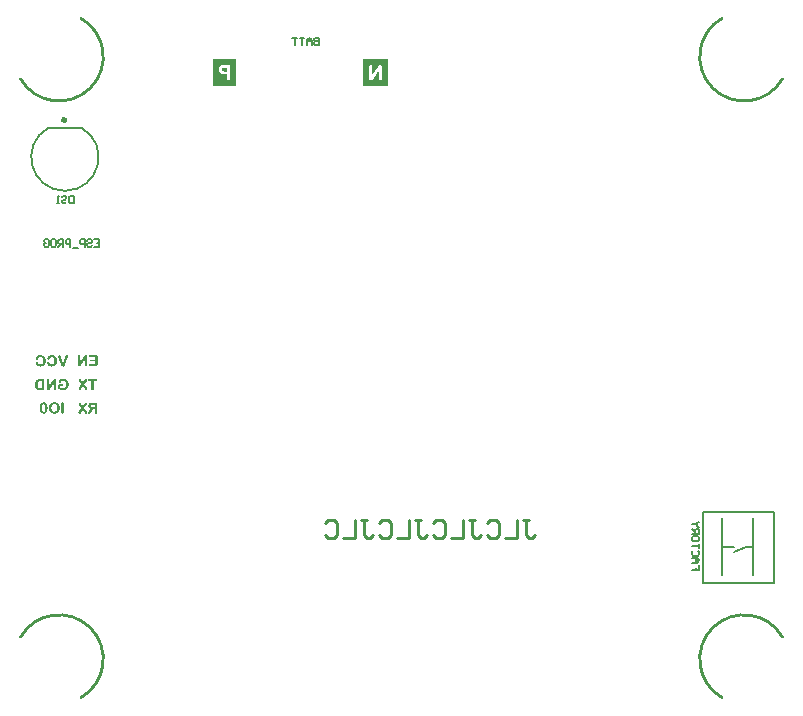
<source format=gbr>
%TF.GenerationSoftware,Altium Limited,Altium Designer,20.1.8 (145)*%
G04 Layer_Color=65535*
%FSLAX45Y45*%
%MOMM*%
%TF.SameCoordinates,F34F671C-B0F6-4AC1-94B4-1D61ADA518EE*%
%TF.FilePolarity,Positive*%
%TF.FileFunction,Legend,Bot*%
%TF.Part,Single*%
G01*
G75*
%TA.AperFunction,NonConductor*%
%ADD41C,0.20000*%
%ADD42C,0.40000*%
%ADD43C,0.25400*%
%ADD44C,0.20320*%
%ADD45C,0.12700*%
G36*
X3132499Y5201305D02*
X2927510D01*
Y5429995D01*
X3132499D01*
Y5201305D01*
D02*
G37*
G36*
X1847969Y5203336D02*
X1652053D01*
Y5429989D01*
X1847969D01*
Y5203336D01*
D02*
G37*
G36*
X416595Y2923267D02*
X418120Y2922989D01*
X419368Y2922435D01*
X420339Y2921880D01*
X421310Y2921325D01*
X421865Y2920770D01*
X422281Y2920493D01*
X422419Y2920354D01*
X423390Y2919245D01*
X424083Y2918135D01*
X424500Y2917026D01*
X424777Y2915916D01*
X425054Y2915084D01*
X425193Y2914391D01*
Y2913836D01*
Y2913697D01*
Y2912588D01*
X425054Y2911479D01*
X424916Y2910646D01*
Y2910508D01*
Y2910369D01*
X424638Y2909121D01*
X424222Y2908011D01*
X424083Y2907318D01*
X423945Y2907179D01*
Y2907041D01*
X423390Y2905931D01*
X423113Y2904822D01*
X422835Y2903990D01*
X422697Y2903851D01*
Y2903712D01*
X400785Y2844355D01*
X400091Y2842137D01*
X399398Y2840195D01*
X399120Y2839363D01*
X398843Y2838808D01*
X398704Y2838392D01*
Y2838253D01*
X397734Y2836173D01*
X397179Y2835202D01*
X396763Y2834370D01*
X396347Y2833677D01*
X396069Y2833122D01*
X395931Y2832845D01*
X395792Y2832706D01*
X394405Y2831042D01*
X392880Y2829655D01*
X392186Y2829239D01*
X391631Y2828823D01*
X391354Y2828684D01*
X391215Y2828546D01*
X390106Y2827991D01*
X388858Y2827713D01*
X386639Y2827159D01*
X385668D01*
X384975Y2827020D01*
X384281D01*
X382756Y2827159D01*
X381369Y2827297D01*
X380259Y2827575D01*
X379289Y2827852D01*
X378456Y2828129D01*
X377902Y2828268D01*
X377486Y2828546D01*
X377347D01*
X375405Y2829932D01*
X374019Y2831319D01*
X373464Y2831874D01*
X373048Y2832290D01*
X372909Y2832567D01*
X372770Y2832706D01*
X371661Y2834648D01*
X370690Y2836451D01*
X370274Y2837283D01*
X370135Y2837837D01*
X369858Y2838253D01*
Y2838392D01*
X369026Y2840750D01*
X368610Y2841721D01*
X368333Y2842691D01*
X368055Y2843385D01*
X367916Y2843939D01*
X367778Y2844217D01*
Y2844355D01*
X345727Y2903712D01*
X345172Y2905238D01*
X344895Y2906486D01*
X344618Y2907179D01*
X344479Y2907457D01*
X344063Y2908566D01*
X343647Y2909676D01*
X343508Y2910369D01*
X343369Y2910508D01*
Y2910646D01*
X343092Y2911895D01*
X342953Y2912865D01*
Y2913559D01*
Y2913836D01*
X343231Y2915500D01*
X343647Y2916887D01*
X343924Y2917442D01*
X344063Y2917858D01*
X344340Y2918135D01*
Y2918274D01*
X345450Y2919800D01*
X346559Y2921048D01*
X347114Y2921464D01*
X347530Y2921741D01*
X347807Y2922019D01*
X347946D01*
X349749Y2922851D01*
X351413Y2923267D01*
X352106Y2923405D01*
X353077D01*
X354325Y2923267D01*
X355435Y2923128D01*
X356544Y2922851D01*
X357376Y2922573D01*
X358070Y2922157D01*
X358486Y2921880D01*
X358763Y2921741D01*
X358902Y2921602D01*
X360289Y2920216D01*
X361260Y2918967D01*
X361537Y2918413D01*
X361814Y2918135D01*
X361953Y2917858D01*
Y2917719D01*
X362230Y2916887D01*
X362646Y2915778D01*
X363479Y2913420D01*
X363895Y2912449D01*
X364172Y2911617D01*
X364311Y2911063D01*
X364449Y2910785D01*
X383865Y2850458D01*
X403281Y2910924D01*
X403974Y2913004D01*
X404806Y2914807D01*
X405500Y2916332D01*
X406055Y2917719D01*
X406609Y2918690D01*
X407025Y2919522D01*
X407303Y2919938D01*
X407441Y2920077D01*
X408412Y2921186D01*
X409522Y2922019D01*
X410770Y2922573D01*
X412018Y2922989D01*
X413266Y2923267D01*
X414237Y2923405D01*
X415069D01*
X416595Y2923267D01*
D02*
G37*
G36*
X292472D02*
X295662Y2922851D01*
X298713Y2922296D01*
X301348Y2921741D01*
X303428Y2921186D01*
X304399Y2920909D01*
X305231Y2920632D01*
X305786Y2920354D01*
X306202Y2920216D01*
X306479Y2920077D01*
X306618D01*
X309530Y2918690D01*
X312304Y2917165D01*
X314662Y2915500D01*
X316881Y2913975D01*
X318545Y2912588D01*
X319793Y2911479D01*
X320625Y2910646D01*
X320764Y2910508D01*
X320903Y2910369D01*
X322983Y2907873D01*
X324924Y2905238D01*
X326589Y2902741D01*
X327837Y2900384D01*
X328808Y2898304D01*
X329224Y2897333D01*
X329640Y2896639D01*
X329917Y2895946D01*
X330056Y2895530D01*
X330194Y2895253D01*
Y2895114D01*
X331304Y2891647D01*
X331997Y2888180D01*
X332552Y2884851D01*
X332968Y2881800D01*
X333107Y2880275D01*
X333245Y2879026D01*
Y2877917D01*
X333384Y2876946D01*
Y2876114D01*
Y2875559D01*
Y2875143D01*
Y2875005D01*
Y2872508D01*
X333245Y2870012D01*
X332968Y2867793D01*
X332691Y2865852D01*
X332552Y2864326D01*
X332275Y2863078D01*
X332136Y2862246D01*
Y2862107D01*
Y2861968D01*
X331581Y2859749D01*
X331027Y2857530D01*
X330333Y2855589D01*
X329778Y2853925D01*
X329085Y2852399D01*
X328669Y2851290D01*
X328392Y2850596D01*
X328253Y2850319D01*
X327282Y2848377D01*
X326173Y2846713D01*
X325202Y2845188D01*
X324231Y2843939D01*
X323538Y2842969D01*
X322844Y2842137D01*
X322428Y2841721D01*
X322289Y2841582D01*
X320625Y2839502D01*
X318961Y2837699D01*
X317297Y2836173D01*
X315910Y2834925D01*
X314662Y2833954D01*
X313691Y2833261D01*
X313136Y2832845D01*
X312859Y2832706D01*
X310917Y2831597D01*
X308976Y2830764D01*
X307173Y2830071D01*
X305509Y2829378D01*
X303983Y2828962D01*
X302874Y2828684D01*
X302180Y2828407D01*
X301903D01*
X297188Y2827575D01*
X294969Y2827297D01*
X292888Y2827159D01*
X291086D01*
X289699Y2827020D01*
X288451D01*
X284983Y2827159D01*
X281655Y2827436D01*
X278743Y2827991D01*
X276246Y2828546D01*
X274166Y2829100D01*
X273334Y2829378D01*
X272641Y2829655D01*
X272086Y2829794D01*
X271670Y2829932D01*
X271531Y2830071D01*
X271392D01*
X268757Y2831319D01*
X266261Y2832706D01*
X264181Y2834093D01*
X262517Y2835341D01*
X261130Y2836451D01*
X260020Y2837421D01*
X259466Y2837976D01*
X259188Y2838253D01*
X257524Y2840195D01*
X255998Y2841998D01*
X254750Y2843801D01*
X253780Y2845326D01*
X253086Y2846713D01*
X252531Y2847823D01*
X252254Y2848377D01*
X252115Y2848655D01*
X251422Y2850596D01*
X250867Y2852399D01*
X250451Y2854063D01*
X250174Y2855450D01*
X250035Y2856698D01*
X249896Y2857530D01*
Y2858224D01*
Y2858363D01*
X250035Y2859749D01*
X250312Y2860998D01*
X250728Y2862107D01*
X251283Y2863078D01*
X251838Y2863910D01*
X252254Y2864465D01*
X252531Y2864742D01*
X252670Y2864881D01*
X253780Y2865852D01*
X254889Y2866545D01*
X255998Y2866961D01*
X256969Y2867377D01*
X257940Y2867516D01*
X258633Y2867654D01*
X259327D01*
X260852Y2867516D01*
X262239Y2867238D01*
X263349Y2866822D01*
X264181Y2866406D01*
X264874Y2865852D01*
X265290Y2865435D01*
X265568Y2865158D01*
X265706Y2865019D01*
X266955Y2862939D01*
X268064Y2860998D01*
X268341Y2860304D01*
X268619Y2859611D01*
X268896Y2859195D01*
Y2859056D01*
X270006Y2856421D01*
X271254Y2854063D01*
X272641Y2852122D01*
X273889Y2850458D01*
X274998Y2849209D01*
X275969Y2848377D01*
X276524Y2847823D01*
X276801Y2847684D01*
X278881Y2846436D01*
X280962Y2845604D01*
X283042Y2844910D01*
X284983Y2844494D01*
X286786Y2844217D01*
X288173Y2844078D01*
X289421D01*
X291918Y2844217D01*
X294275Y2844633D01*
X296217Y2845049D01*
X298020Y2845742D01*
X299545Y2846297D01*
X300516Y2846713D01*
X301209Y2847129D01*
X301487Y2847268D01*
X303290Y2848655D01*
X304815Y2850180D01*
X306202Y2851844D01*
X307312Y2853370D01*
X308282Y2854895D01*
X308837Y2856005D01*
X309253Y2856837D01*
X309392Y2856976D01*
Y2857114D01*
X310363Y2859749D01*
X311056Y2862662D01*
X311472Y2865574D01*
X311749Y2868348D01*
X312027Y2870705D01*
Y2871815D01*
X312165Y2872647D01*
Y2873479D01*
Y2874034D01*
Y2874311D01*
Y2874450D01*
X312027Y2877224D01*
X311888Y2879859D01*
X311611Y2882355D01*
X311195Y2884574D01*
X310640Y2886793D01*
X310085Y2888734D01*
X309530Y2890399D01*
X308976Y2892063D01*
X308421Y2893450D01*
X307866Y2894698D01*
X307312Y2895669D01*
X306757Y2896501D01*
X306341Y2897194D01*
X306063Y2897610D01*
X305786Y2897888D01*
Y2898026D01*
X304538Y2899552D01*
X303290Y2900800D01*
X301903Y2901909D01*
X300377Y2902880D01*
X298991Y2903712D01*
X297604Y2904267D01*
X294969Y2905376D01*
X292472Y2905931D01*
X291502Y2906070D01*
X290669Y2906209D01*
X289837Y2906347D01*
X288867D01*
X286370Y2906209D01*
X284151Y2905793D01*
X282210Y2905376D01*
X280684Y2904822D01*
X279297Y2904128D01*
X278327Y2903712D01*
X277633Y2903296D01*
X277494Y2903158D01*
X275830Y2901771D01*
X274305Y2900245D01*
X272918Y2898720D01*
X271808Y2897055D01*
X270838Y2895669D01*
X270006Y2894559D01*
X269590Y2893727D01*
X269451Y2893588D01*
Y2893450D01*
X268619Y2891924D01*
X267925Y2890676D01*
X267093Y2889566D01*
X266538Y2888734D01*
X265984Y2888041D01*
X265568Y2887625D01*
X265429Y2887348D01*
X265290Y2887209D01*
X264458Y2886654D01*
X263487Y2886238D01*
X261407Y2885683D01*
X260575Y2885545D01*
X259882Y2885406D01*
X259188D01*
X257801Y2885545D01*
X256553Y2885822D01*
X255444Y2886238D01*
X254473Y2886793D01*
X253780Y2887348D01*
X253225Y2887764D01*
X252947Y2888041D01*
X252809Y2888180D01*
X251977Y2889289D01*
X251283Y2890399D01*
X250867Y2891369D01*
X250451Y2892479D01*
X250312Y2893311D01*
X250174Y2894004D01*
Y2894420D01*
Y2894559D01*
X250312Y2896917D01*
X250867Y2899136D01*
X251699Y2901355D01*
X252531Y2903296D01*
X253502Y2904960D01*
X254196Y2906347D01*
X254750Y2907179D01*
X255028Y2907318D01*
Y2907457D01*
X256969Y2909953D01*
X259188Y2912172D01*
X261407Y2914114D01*
X263626Y2915639D01*
X265706Y2917026D01*
X267232Y2917997D01*
X267925Y2918413D01*
X268341Y2918690D01*
X268619Y2918829D01*
X268757D01*
X272224Y2920354D01*
X275692Y2921464D01*
X279020Y2922296D01*
X282210Y2922851D01*
X283597Y2922989D01*
X284983Y2923128D01*
X286093Y2923267D01*
X287064Y2923405D01*
X289005D01*
X292472Y2923267D01*
D02*
G37*
G36*
X196503D02*
X199693Y2922851D01*
X202744Y2922296D01*
X205379Y2921741D01*
X207459Y2921186D01*
X208430Y2920909D01*
X209262Y2920632D01*
X209817Y2920354D01*
X210233Y2920216D01*
X210510Y2920077D01*
X210649D01*
X213561Y2918690D01*
X216335Y2917165D01*
X218692Y2915500D01*
X220911Y2913975D01*
X222576Y2912588D01*
X223824Y2911479D01*
X224656Y2910646D01*
X224795Y2910508D01*
X224933Y2910369D01*
X227014Y2907873D01*
X228955Y2905238D01*
X230619Y2902741D01*
X231867Y2900384D01*
X232838Y2898304D01*
X233254Y2897333D01*
X233670Y2896639D01*
X233948Y2895946D01*
X234086Y2895530D01*
X234225Y2895253D01*
Y2895114D01*
X235335Y2891647D01*
X236028Y2888180D01*
X236583Y2884851D01*
X236999Y2881800D01*
X237137Y2880275D01*
X237276Y2879026D01*
Y2877917D01*
X237415Y2876946D01*
Y2876114D01*
Y2875559D01*
Y2875143D01*
Y2875005D01*
Y2872508D01*
X237276Y2870012D01*
X236999Y2867793D01*
X236721Y2865852D01*
X236583Y2864326D01*
X236305Y2863078D01*
X236167Y2862246D01*
Y2862107D01*
Y2861968D01*
X235612Y2859749D01*
X235057Y2857530D01*
X234364Y2855589D01*
X233809Y2853925D01*
X233116Y2852399D01*
X232700Y2851290D01*
X232422Y2850596D01*
X232284Y2850319D01*
X231313Y2848377D01*
X230203Y2846713D01*
X229232Y2845188D01*
X228262Y2843939D01*
X227568Y2842969D01*
X226875Y2842137D01*
X226459Y2841721D01*
X226320Y2841582D01*
X224656Y2839502D01*
X222992Y2837699D01*
X221327Y2836173D01*
X219941Y2834925D01*
X218692Y2833954D01*
X217722Y2833261D01*
X217167Y2832845D01*
X216890Y2832706D01*
X214948Y2831597D01*
X213006Y2830764D01*
X211204Y2830071D01*
X209539Y2829378D01*
X208014Y2828962D01*
X206904Y2828684D01*
X206211Y2828407D01*
X205934D01*
X201218Y2827575D01*
X198999Y2827297D01*
X196919Y2827159D01*
X195116D01*
X193729Y2827020D01*
X192481D01*
X189014Y2827159D01*
X185686Y2827436D01*
X182773Y2827991D01*
X180277Y2828546D01*
X178197Y2829100D01*
X177365Y2829378D01*
X176671Y2829655D01*
X176116Y2829794D01*
X175700Y2829932D01*
X175562Y2830071D01*
X175423D01*
X172788Y2831319D01*
X170292Y2832706D01*
X168211Y2834093D01*
X166547Y2835341D01*
X165160Y2836451D01*
X164051Y2837421D01*
X163496Y2837976D01*
X163219Y2838253D01*
X161555Y2840195D01*
X160029Y2841998D01*
X158781Y2843801D01*
X157810Y2845326D01*
X157117Y2846713D01*
X156562Y2847823D01*
X156285Y2848377D01*
X156146Y2848655D01*
X155453Y2850596D01*
X154898Y2852399D01*
X154482Y2854063D01*
X154204Y2855450D01*
X154066Y2856698D01*
X153927Y2857530D01*
Y2858224D01*
Y2858363D01*
X154066Y2859749D01*
X154343Y2860998D01*
X154759Y2862107D01*
X155314Y2863078D01*
X155869Y2863910D01*
X156285Y2864465D01*
X156562Y2864742D01*
X156701Y2864881D01*
X157810Y2865852D01*
X158920Y2866545D01*
X160029Y2866961D01*
X161000Y2867377D01*
X161971Y2867516D01*
X162664Y2867654D01*
X163358D01*
X164883Y2867516D01*
X166270Y2867238D01*
X167379Y2866822D01*
X168211Y2866406D01*
X168905Y2865852D01*
X169321Y2865435D01*
X169598Y2865158D01*
X169737Y2865019D01*
X170985Y2862939D01*
X172095Y2860998D01*
X172372Y2860304D01*
X172649Y2859611D01*
X172927Y2859195D01*
Y2859056D01*
X174036Y2856421D01*
X175284Y2854063D01*
X176671Y2852122D01*
X177919Y2850458D01*
X179029Y2849209D01*
X180000Y2848377D01*
X180554Y2847823D01*
X180832Y2847684D01*
X182912Y2846436D01*
X184992Y2845604D01*
X187073Y2844910D01*
X189014Y2844494D01*
X190817Y2844217D01*
X192204Y2844078D01*
X193452D01*
X195948Y2844217D01*
X198306Y2844633D01*
X200248Y2845049D01*
X202050Y2845742D01*
X203576Y2846297D01*
X204547Y2846713D01*
X205240Y2847129D01*
X205517Y2847268D01*
X207320Y2848655D01*
X208846Y2850180D01*
X210233Y2851844D01*
X211342Y2853370D01*
X212313Y2854895D01*
X212868Y2856005D01*
X213284Y2856837D01*
X213422Y2856976D01*
Y2857114D01*
X214393Y2859749D01*
X215087Y2862662D01*
X215503Y2865574D01*
X215780Y2868348D01*
X216057Y2870705D01*
Y2871815D01*
X216196Y2872647D01*
Y2873479D01*
Y2874034D01*
Y2874311D01*
Y2874450D01*
X216057Y2877224D01*
X215919Y2879859D01*
X215641Y2882355D01*
X215225Y2884574D01*
X214671Y2886793D01*
X214116Y2888734D01*
X213561Y2890399D01*
X213006Y2892063D01*
X212452Y2893450D01*
X211897Y2894698D01*
X211342Y2895669D01*
X210787Y2896501D01*
X210371Y2897194D01*
X210094Y2897610D01*
X209817Y2897888D01*
Y2898026D01*
X208569Y2899552D01*
X207320Y2900800D01*
X205934Y2901909D01*
X204408Y2902880D01*
X203021Y2903712D01*
X201634Y2904267D01*
X198999Y2905376D01*
X196503Y2905931D01*
X195532Y2906070D01*
X194700Y2906209D01*
X193868Y2906347D01*
X192897D01*
X190401Y2906209D01*
X188182Y2905793D01*
X186240Y2905376D01*
X184715Y2904822D01*
X183328Y2904128D01*
X182357Y2903712D01*
X181664Y2903296D01*
X181525Y2903158D01*
X179861Y2901771D01*
X178335Y2900245D01*
X176949Y2898720D01*
X175839Y2897055D01*
X174868Y2895669D01*
X174036Y2894559D01*
X173620Y2893727D01*
X173481Y2893588D01*
Y2893450D01*
X172649Y2891924D01*
X171956Y2890676D01*
X171124Y2889566D01*
X170569Y2888734D01*
X170014Y2888041D01*
X169598Y2887625D01*
X169460Y2887348D01*
X169321Y2887209D01*
X168489Y2886654D01*
X167518Y2886238D01*
X165438Y2885683D01*
X164606Y2885545D01*
X163912Y2885406D01*
X163219D01*
X161832Y2885545D01*
X160584Y2885822D01*
X159474Y2886238D01*
X158504Y2886793D01*
X157810Y2887348D01*
X157255Y2887764D01*
X156978Y2888041D01*
X156839Y2888180D01*
X156007Y2889289D01*
X155314Y2890399D01*
X154898Y2891369D01*
X154482Y2892479D01*
X154343Y2893311D01*
X154204Y2894004D01*
Y2894420D01*
Y2894559D01*
X154343Y2896917D01*
X154898Y2899136D01*
X155730Y2901355D01*
X156562Y2903296D01*
X157533Y2904960D01*
X158226Y2906347D01*
X158781Y2907179D01*
X159058Y2907318D01*
Y2907457D01*
X161000Y2909953D01*
X163219Y2912172D01*
X165438Y2914114D01*
X167657Y2915639D01*
X169737Y2917026D01*
X171263Y2917997D01*
X171956Y2918413D01*
X172372Y2918690D01*
X172649Y2918829D01*
X172788D01*
X176255Y2920354D01*
X179722Y2921464D01*
X183051Y2922296D01*
X186240Y2922851D01*
X187627Y2922989D01*
X189014Y2923128D01*
X190124Y2923267D01*
X191094Y2923405D01*
X193036D01*
X196503Y2923267D01*
D02*
G37*
G36*
X579249Y2924247D02*
X580497Y2924108D01*
X581606Y2923692D01*
X582577Y2923415D01*
X583409Y2922998D01*
X583964Y2922582D01*
X584380Y2922444D01*
X584519Y2922305D01*
X585628Y2921473D01*
X586460Y2920641D01*
X587292Y2919809D01*
X587847Y2918838D01*
X588402Y2918145D01*
X588679Y2917451D01*
X588818Y2917035D01*
X588957Y2916896D01*
X589234Y2915926D01*
X589511Y2914677D01*
X589789Y2912320D01*
X589927Y2911349D01*
Y2910517D01*
Y2909962D01*
Y2909685D01*
Y2839649D01*
X589789Y2837708D01*
X589511Y2835905D01*
X589095Y2834518D01*
X588541Y2833270D01*
X588125Y2832299D01*
X587709Y2831606D01*
X587431Y2831190D01*
X587292Y2831051D01*
X586183Y2830080D01*
X585074Y2829248D01*
X583825Y2828693D01*
X582716Y2828416D01*
X581606Y2828139D01*
X580774Y2828000D01*
X580081D01*
X578555Y2828139D01*
X577169Y2828416D01*
X575920Y2828971D01*
X574950Y2829525D01*
X574117Y2830080D01*
X573563Y2830635D01*
X573147Y2830912D01*
X573008Y2831051D01*
X572037Y2832299D01*
X571344Y2833686D01*
X570789Y2835211D01*
X570512Y2836598D01*
X570234Y2837846D01*
X570096Y2838817D01*
Y2839511D01*
Y2839788D01*
Y2891795D01*
X537921Y2839095D01*
X536811Y2837430D01*
X535841Y2836044D01*
X535425Y2835489D01*
X535286Y2835073D01*
X535009Y2834934D01*
Y2834795D01*
X533899Y2833409D01*
X532790Y2832299D01*
X531958Y2831467D01*
X531819Y2831328D01*
X531680Y2831190D01*
X530293Y2830080D01*
X528906Y2829387D01*
X528352Y2829109D01*
X528074Y2828971D01*
X527797Y2828832D01*
X527658D01*
X525994Y2828416D01*
X524330Y2828139D01*
X523636Y2828000D01*
X522666D01*
X520724Y2828139D01*
X518921Y2828555D01*
X517396Y2829248D01*
X516148Y2830080D01*
X515038Y2831051D01*
X514067Y2832160D01*
X513374Y2833409D01*
X512680Y2834657D01*
X511848Y2837014D01*
X511571Y2838124D01*
X511432Y2839095D01*
Y2839927D01*
X511294Y2840620D01*
Y2841036D01*
Y2841175D01*
Y2912597D01*
X511432Y2914677D01*
X511710Y2916342D01*
X512126Y2917867D01*
X512680Y2919115D01*
X513235Y2920086D01*
X513651Y2920780D01*
X513929Y2921196D01*
X514067Y2921334D01*
X515177Y2922305D01*
X516286Y2923137D01*
X517534Y2923692D01*
X518644Y2923969D01*
X519753Y2924247D01*
X520585Y2924385D01*
X521279D01*
X522804Y2924247D01*
X524191Y2923969D01*
X525439Y2923415D01*
X526410Y2922860D01*
X527242Y2922305D01*
X527797Y2921750D01*
X528213Y2921473D01*
X528352Y2921334D01*
X529184Y2920086D01*
X529739Y2918699D01*
X530293Y2917174D01*
X530571Y2915787D01*
X530709Y2914539D01*
X530848Y2913568D01*
Y2912875D01*
Y2912597D01*
Y2859897D01*
X563716Y2912458D01*
X564826Y2914261D01*
X565796Y2915787D01*
X566212Y2916342D01*
X566490Y2916758D01*
X566767Y2917035D01*
Y2917174D01*
X567738Y2918699D01*
X568709Y2919947D01*
X569402Y2920641D01*
X569541Y2920918D01*
X569680D01*
X570928Y2921889D01*
X572037Y2922721D01*
X572869Y2923276D01*
X573147Y2923415D01*
X573285D01*
X574811Y2923969D01*
X576336Y2924247D01*
X577030Y2924385D01*
X578001D01*
X579249Y2924247D01*
D02*
G37*
G36*
X666897Y2922582D02*
X668145Y2922444D01*
X669116Y2922166D01*
X669948Y2921889D01*
X670503Y2921750D01*
X670919Y2921473D01*
X671058D01*
X672028Y2920918D01*
X672860Y2920363D01*
X674109Y2918977D01*
X674663Y2918283D01*
X674941Y2917728D01*
X675079Y2917451D01*
X675218Y2917312D01*
X675634Y2916203D01*
X675912Y2915093D01*
X676328Y2912736D01*
Y2911765D01*
X676466Y2910933D01*
Y2910378D01*
Y2910240D01*
Y2842007D01*
X676328Y2839788D01*
X676050Y2837708D01*
X675495Y2836182D01*
X674941Y2834795D01*
X674525Y2833686D01*
X673970Y2832993D01*
X673693Y2832577D01*
X673554Y2832438D01*
X672306Y2831467D01*
X670780Y2830774D01*
X669255Y2830219D01*
X667729Y2829942D01*
X666342Y2829664D01*
X665233Y2829525D01*
X614058D01*
X612394Y2829664D01*
X610869Y2829942D01*
X609621Y2830219D01*
X608511Y2830774D01*
X607679Y2831190D01*
X606986Y2831467D01*
X606708Y2831744D01*
X606570Y2831883D01*
X605737Y2832854D01*
X605044Y2833825D01*
X604628Y2834795D01*
X604212Y2835766D01*
X604073Y2836737D01*
X603935Y2837430D01*
Y2837846D01*
Y2837985D01*
X604073Y2839372D01*
X604351Y2840481D01*
X604767Y2841591D01*
X605183Y2842423D01*
X605737Y2843116D01*
X606153Y2843671D01*
X606431Y2843949D01*
X606570Y2844087D01*
X607679Y2844919D01*
X608788Y2845474D01*
X610037Y2846029D01*
X611285Y2846306D01*
X612394Y2846445D01*
X613226Y2846584D01*
X655525D01*
Y2870021D01*
X618774D01*
X617110Y2870160D01*
X615584Y2870437D01*
X614336Y2870715D01*
X613365Y2871131D01*
X612533Y2871547D01*
X611978Y2871963D01*
X611701Y2872101D01*
X611562Y2872240D01*
X610730Y2873211D01*
X610175Y2874182D01*
X609621Y2875152D01*
X609343Y2876123D01*
X609205Y2876955D01*
X609066Y2877649D01*
Y2878065D01*
Y2878204D01*
X609205Y2879452D01*
X609482Y2880700D01*
X609898Y2881671D01*
X610314Y2882503D01*
X610730Y2883196D01*
X611146Y2883612D01*
X611423Y2883890D01*
X611562Y2884028D01*
X612533Y2884860D01*
X613781Y2885415D01*
X614891Y2885831D01*
X616139Y2886109D01*
X617110Y2886247D01*
X617942Y2886386D01*
X655525D01*
Y2906218D01*
X615584D01*
X613781Y2906356D01*
X612256Y2906634D01*
X611007Y2906911D01*
X609898Y2907327D01*
X609205Y2907743D01*
X608511Y2908159D01*
X608234Y2908298D01*
X608095Y2908437D01*
X607263Y2909407D01*
X606570Y2910378D01*
X606153Y2911349D01*
X605737Y2912320D01*
X605599Y2913291D01*
X605460Y2913984D01*
Y2914400D01*
Y2914539D01*
X605599Y2915787D01*
X605876Y2917035D01*
X606292Y2918006D01*
X606708Y2918838D01*
X607263Y2919531D01*
X607679Y2920086D01*
X607956Y2920363D01*
X608095Y2920502D01*
X609066Y2921334D01*
X610314Y2921889D01*
X611562Y2922305D01*
X612810Y2922582D01*
X613920Y2922721D01*
X614752Y2922860D01*
X665649D01*
X666897Y2922582D01*
D02*
G37*
G36*
X314939Y2722607D02*
X316187Y2722468D01*
X317297Y2722052D01*
X318268Y2721775D01*
X319100Y2721359D01*
X319654Y2720942D01*
X320070Y2720804D01*
X320209Y2720665D01*
X321319Y2719833D01*
X322151Y2719001D01*
X322983Y2718169D01*
X323538Y2717198D01*
X324092Y2716505D01*
X324370Y2715811D01*
X324508Y2715395D01*
X324647Y2715256D01*
X324924Y2714286D01*
X325202Y2713038D01*
X325479Y2710680D01*
X325618Y2709709D01*
Y2708877D01*
Y2708322D01*
Y2708045D01*
Y2638009D01*
X325479Y2636068D01*
X325202Y2634265D01*
X324786Y2632878D01*
X324231Y2631630D01*
X323815Y2630659D01*
X323399Y2629966D01*
X323122Y2629550D01*
X322983Y2629411D01*
X321873Y2628440D01*
X320764Y2627608D01*
X319516Y2627053D01*
X318406Y2626776D01*
X317297Y2626499D01*
X316465Y2626360D01*
X315771D01*
X314246Y2626499D01*
X312859Y2626776D01*
X311611Y2627331D01*
X310640Y2627886D01*
X309808Y2628440D01*
X309253Y2628995D01*
X308837Y2629272D01*
X308698Y2629411D01*
X307728Y2630659D01*
X307034Y2632046D01*
X306479Y2633572D01*
X306202Y2634958D01*
X305925Y2636207D01*
X305786Y2637177D01*
Y2637871D01*
Y2638148D01*
Y2690155D01*
X273611Y2637455D01*
X272502Y2635791D01*
X271531Y2634404D01*
X271115Y2633849D01*
X270976Y2633433D01*
X270699Y2633294D01*
Y2633156D01*
X269590Y2631769D01*
X268480Y2630659D01*
X267648Y2629827D01*
X267509Y2629688D01*
X267371Y2629550D01*
X265984Y2628440D01*
X264597Y2627747D01*
X264042Y2627469D01*
X263765Y2627331D01*
X263487Y2627192D01*
X263349D01*
X261685Y2626776D01*
X260020Y2626499D01*
X259327Y2626360D01*
X258356D01*
X256415Y2626499D01*
X254612Y2626915D01*
X253086Y2627608D01*
X251838Y2628440D01*
X250728Y2629411D01*
X249758Y2630521D01*
X249064Y2631769D01*
X248371Y2633017D01*
X247539Y2635374D01*
X247261Y2636484D01*
X247123Y2637455D01*
Y2638287D01*
X246984Y2638980D01*
Y2639396D01*
Y2639535D01*
Y2710957D01*
X247123Y2713038D01*
X247400Y2714702D01*
X247816Y2716227D01*
X248371Y2717475D01*
X248926Y2718446D01*
X249342Y2719140D01*
X249619Y2719556D01*
X249758Y2719694D01*
X250867Y2720665D01*
X251977Y2721497D01*
X253225Y2722052D01*
X254334Y2722329D01*
X255444Y2722607D01*
X256276Y2722745D01*
X256969D01*
X258495Y2722607D01*
X259882Y2722329D01*
X261130Y2721775D01*
X262101Y2721220D01*
X262933Y2720665D01*
X263487Y2720110D01*
X263903Y2719833D01*
X264042Y2719694D01*
X264874Y2718446D01*
X265429Y2717059D01*
X265984Y2715534D01*
X266261Y2714147D01*
X266400Y2712899D01*
X266538Y2711928D01*
Y2711235D01*
Y2710957D01*
Y2658257D01*
X299407Y2710819D01*
X300516Y2712621D01*
X301487Y2714147D01*
X301903Y2714702D01*
X302180Y2715118D01*
X302458Y2715395D01*
Y2715534D01*
X303428Y2717059D01*
X304399Y2718307D01*
X305093Y2719001D01*
X305231Y2719278D01*
X305370D01*
X306618Y2720249D01*
X307728Y2721081D01*
X308560Y2721636D01*
X308837Y2721775D01*
X308976D01*
X310501Y2722329D01*
X312027Y2722607D01*
X312720Y2722745D01*
X313691D01*
X314939Y2722607D01*
D02*
G37*
G36*
X387887D02*
X391770Y2722191D01*
X395237Y2721636D01*
X398150Y2721081D01*
X399536Y2720665D01*
X400646Y2720388D01*
X401617Y2720110D01*
X402587Y2719833D01*
X403142Y2719556D01*
X403697Y2719417D01*
X403974Y2719278D01*
X404113D01*
X407303Y2717891D01*
X410354Y2716366D01*
X412989Y2714702D01*
X415208Y2713176D01*
X417011Y2711789D01*
X418397Y2710680D01*
X419230Y2709848D01*
X419368Y2709709D01*
X419507Y2709570D01*
X421726Y2707074D01*
X423667Y2704578D01*
X425193Y2701943D01*
X426580Y2699585D01*
X427551Y2697505D01*
X427967Y2696534D01*
X428383Y2695841D01*
X428660Y2695147D01*
X428799Y2694731D01*
X428937Y2694454D01*
Y2694315D01*
X430047Y2690848D01*
X430740Y2687381D01*
X431295Y2684053D01*
X431711Y2681001D01*
X431850Y2679615D01*
X431988Y2678366D01*
Y2677257D01*
X432127Y2676286D01*
Y2675593D01*
Y2675038D01*
Y2674622D01*
Y2674483D01*
X431988Y2670462D01*
X431572Y2666717D01*
X431018Y2663389D01*
X430463Y2660338D01*
X430186Y2659089D01*
X429908Y2657980D01*
X429631Y2657009D01*
X429353Y2656038D01*
X429076Y2655484D01*
X428937Y2654929D01*
X428799Y2654652D01*
Y2654513D01*
X427412Y2651323D01*
X425886Y2648272D01*
X424361Y2645637D01*
X422697Y2643418D01*
X421310Y2641615D01*
X420200Y2640228D01*
X419507Y2639396D01*
X419230Y2639258D01*
Y2639119D01*
X416733Y2636900D01*
X414237Y2634958D01*
X411741Y2633294D01*
X409383Y2632046D01*
X407303Y2630937D01*
X406471Y2630521D01*
X405777Y2630104D01*
X405084Y2629966D01*
X404668Y2629688D01*
X404390Y2629550D01*
X404252D01*
X400923Y2628440D01*
X397456Y2627747D01*
X394128Y2627192D01*
X391077Y2626776D01*
X389829Y2626637D01*
X388580Y2626499D01*
X387471D01*
X386500Y2626360D01*
X384697D01*
X381369Y2626499D01*
X378179Y2626637D01*
X375267Y2627053D01*
X372770Y2627469D01*
X370690Y2627747D01*
X369858Y2628024D01*
X369165Y2628163D01*
X368610Y2628302D01*
X368194D01*
X367916Y2628440D01*
X367778D01*
X364865Y2629272D01*
X361953Y2630382D01*
X359179Y2631353D01*
X356683Y2632462D01*
X354603Y2633433D01*
X353771Y2633849D01*
X352939Y2634265D01*
X352384Y2634542D01*
X351968Y2634820D01*
X351690Y2634958D01*
X351552D01*
X349471Y2636207D01*
X348639Y2636761D01*
X347946Y2637316D01*
X347391Y2637732D01*
X346836Y2638148D01*
X346698Y2638287D01*
X346559Y2638426D01*
X345311Y2639951D01*
X344479Y2641199D01*
X344201Y2641754D01*
X343924Y2642170D01*
X343785Y2642447D01*
Y2642586D01*
X343231Y2644528D01*
X343092Y2646469D01*
X342953Y2647301D01*
Y2647995D01*
Y2648411D01*
Y2648549D01*
Y2665885D01*
X343092Y2667688D01*
X343231Y2669213D01*
X343508Y2670600D01*
X343924Y2671710D01*
X344340Y2672542D01*
X344618Y2673097D01*
X344756Y2673513D01*
X344895Y2673651D01*
X345727Y2674622D01*
X346420Y2675454D01*
X347391Y2676009D01*
X348085Y2676564D01*
X348778Y2676841D01*
X349333Y2677118D01*
X349749Y2677257D01*
X349888D01*
X352245Y2677812D01*
X353355Y2677950D01*
X354464D01*
X355435Y2678089D01*
X377624D01*
X379150Y2677950D01*
X380537Y2677673D01*
X381646Y2677396D01*
X382756Y2676980D01*
X383449Y2676425D01*
X384142Y2676148D01*
X384420Y2675870D01*
X384559Y2675732D01*
X385391Y2674761D01*
X385945Y2673790D01*
X386500Y2672819D01*
X386777Y2671848D01*
X386916Y2671016D01*
X387055Y2670323D01*
Y2669907D01*
Y2669768D01*
X386916Y2668243D01*
X386639Y2666994D01*
X386084Y2665885D01*
X385529Y2665053D01*
X384975Y2664359D01*
X384420Y2663943D01*
X384142Y2663666D01*
X384004Y2663527D01*
X382756Y2662973D01*
X381369Y2662557D01*
X379982Y2662140D01*
X378595Y2662002D01*
X377347Y2661863D01*
X376376Y2661724D01*
X362369D01*
Y2648965D01*
X366114Y2647163D01*
X367916Y2646469D01*
X369581Y2645776D01*
X370968Y2645360D01*
X371938Y2644944D01*
X372632Y2644805D01*
X372909Y2644666D01*
X374989Y2644112D01*
X377070Y2643834D01*
X379011Y2643557D01*
X380814Y2643279D01*
X382340D01*
X383449Y2643141D01*
X384559D01*
X386777Y2643279D01*
X388996Y2643557D01*
X390938Y2643834D01*
X392880Y2644389D01*
X394544Y2644944D01*
X396208Y2645637D01*
X397595Y2646469D01*
X398982Y2647163D01*
X400091Y2647856D01*
X401062Y2648688D01*
X402033Y2649382D01*
X402726Y2649936D01*
X403281Y2650491D01*
X403697Y2650907D01*
X403836Y2651046D01*
X403974Y2651184D01*
X405222Y2652849D01*
X406193Y2654513D01*
X407164Y2656454D01*
X407996Y2658396D01*
X409244Y2662279D01*
X410076Y2666162D01*
X410354Y2667965D01*
X410492Y2669629D01*
X410631Y2671155D01*
X410770Y2672403D01*
X410908Y2673513D01*
Y2674345D01*
Y2674899D01*
Y2675038D01*
X410770Y2677673D01*
X410631Y2680169D01*
X410354Y2682388D01*
X409938Y2684330D01*
X409660Y2685855D01*
X409383Y2687104D01*
X409244Y2687797D01*
X409106Y2688074D01*
X408412Y2690155D01*
X407580Y2692096D01*
X406748Y2693760D01*
X405916Y2695286D01*
X405084Y2696395D01*
X404529Y2697228D01*
X404113Y2697782D01*
X403974Y2697921D01*
X402587Y2699308D01*
X401201Y2700556D01*
X399814Y2701665D01*
X398566Y2702498D01*
X397456Y2703191D01*
X396624Y2703607D01*
X395931Y2703884D01*
X395792Y2704023D01*
X393989Y2704716D01*
X392047Y2705271D01*
X390245Y2705549D01*
X388580Y2705826D01*
X387194Y2705965D01*
X385945Y2706103D01*
X384975D01*
X382894Y2705965D01*
X380953Y2705826D01*
X379427Y2705549D01*
X378040Y2705271D01*
X376931Y2704855D01*
X376099Y2704578D01*
X375544Y2704439D01*
X375405Y2704300D01*
X374019Y2703607D01*
X372909Y2702914D01*
X371800Y2702081D01*
X370968Y2701388D01*
X370274Y2700833D01*
X369858Y2700279D01*
X369581Y2700001D01*
X369442Y2699863D01*
X368471Y2698753D01*
X367500Y2697644D01*
X365698Y2695009D01*
X364865Y2693899D01*
X364311Y2692928D01*
X363895Y2692374D01*
X363756Y2692096D01*
X362646Y2690848D01*
X361537Y2689877D01*
X360566Y2689323D01*
X360428Y2689045D01*
X360289D01*
X358763Y2688352D01*
X357238Y2688074D01*
X356683Y2687936D01*
X355851D01*
X354325Y2688074D01*
X352939Y2688352D01*
X351829Y2688768D01*
X350720Y2689323D01*
X349888Y2689877D01*
X349333Y2690293D01*
X348917Y2690571D01*
X348778Y2690709D01*
X347807Y2691819D01*
X347114Y2693067D01*
X346559Y2694176D01*
X346282Y2695286D01*
X346004Y2696257D01*
X345866Y2696950D01*
Y2697505D01*
Y2697644D01*
X346004Y2699030D01*
X346282Y2700279D01*
X346559Y2701665D01*
X346975Y2702775D01*
X347530Y2703884D01*
X347807Y2704716D01*
X348085Y2705271D01*
X348223Y2705410D01*
X349194Y2707074D01*
X350304Y2708600D01*
X351413Y2709986D01*
X352523Y2711235D01*
X353493Y2712205D01*
X354325Y2713038D01*
X354880Y2713592D01*
X355158Y2713731D01*
X356960Y2715118D01*
X358902Y2716366D01*
X360982Y2717475D01*
X362785Y2718446D01*
X364449Y2719140D01*
X365836Y2719694D01*
X366391Y2719833D01*
X366807Y2719972D01*
X366946Y2720110D01*
X367084D01*
X369858Y2720942D01*
X372770Y2721636D01*
X375544Y2722052D01*
X378040Y2722468D01*
X380398Y2722607D01*
X381369D01*
X382201Y2722745D01*
X383726D01*
X387887Y2722607D01*
D02*
G37*
G36*
X217028Y2721081D02*
X218970Y2720804D01*
X220634Y2720249D01*
X221882Y2719694D01*
X222992Y2719140D01*
X223685Y2718585D01*
X224101Y2718307D01*
X224240Y2718169D01*
X225211Y2716921D01*
X225904Y2715395D01*
X226459Y2713870D01*
X226736Y2712205D01*
X227014Y2710819D01*
X227152Y2709709D01*
Y2708877D01*
Y2708738D01*
Y2708600D01*
Y2642031D01*
Y2640367D01*
X227014Y2638980D01*
X226875Y2637593D01*
X226736Y2636484D01*
X226597Y2635652D01*
X226459Y2634958D01*
X226320Y2634542D01*
Y2634404D01*
X225904Y2633294D01*
X225349Y2632323D01*
X224795Y2631491D01*
X224101Y2630798D01*
X223546Y2630243D01*
X222992Y2629827D01*
X222714Y2629688D01*
X222576Y2629550D01*
X221327Y2628995D01*
X220079Y2628579D01*
X217444Y2628163D01*
X216196Y2628024D01*
X215225Y2627886D01*
X188043D01*
X185824Y2628024D01*
X183883Y2628163D01*
X182219Y2628302D01*
X180832D01*
X179722Y2628440D01*
X179168Y2628579D01*
X178890D01*
X176949Y2628995D01*
X175284Y2629411D01*
X173620Y2629827D01*
X172233Y2630382D01*
X170985Y2630798D01*
X170153Y2631214D01*
X169460Y2631353D01*
X169321Y2631491D01*
X167657Y2632323D01*
X165993Y2633294D01*
X164467Y2634404D01*
X163219Y2635374D01*
X162109Y2636207D01*
X161139Y2636900D01*
X160584Y2637455D01*
X160445Y2637593D01*
X158920Y2639119D01*
X157533Y2640644D01*
X156285Y2642309D01*
X155175Y2643834D01*
X154343Y2645082D01*
X153650Y2646053D01*
X153234Y2646747D01*
X153095Y2647024D01*
X151985Y2649104D01*
X151153Y2651323D01*
X150321Y2653403D01*
X149628Y2655345D01*
X149212Y2657009D01*
X148796Y2658396D01*
X148518Y2659228D01*
Y2659367D01*
Y2659505D01*
X147964Y2662140D01*
X147686Y2664775D01*
X147409Y2667410D01*
X147132Y2669768D01*
Y2671710D01*
X146993Y2673374D01*
Y2673929D01*
Y2674345D01*
Y2674622D01*
Y2674761D01*
X147132Y2679337D01*
X147548Y2683636D01*
X148241Y2687520D01*
X149212Y2691125D01*
X150321Y2694454D01*
X151431Y2697505D01*
X152679Y2700140D01*
X154066Y2702636D01*
X155314Y2704716D01*
X156701Y2706519D01*
X157810Y2708045D01*
X158920Y2709293D01*
X159890Y2710264D01*
X160584Y2710957D01*
X161000Y2711373D01*
X161139Y2711512D01*
X163496Y2713592D01*
X165715Y2715256D01*
X167934Y2716643D01*
X170014Y2717614D01*
X171817Y2718446D01*
X173065Y2718862D01*
X173620Y2719140D01*
X174036D01*
X174175Y2719278D01*
X174314D01*
X176949Y2719972D01*
X179861Y2720388D01*
X182635Y2720804D01*
X185131Y2720942D01*
X187350Y2721081D01*
X188321Y2721220D01*
X214809D01*
X217028Y2721081D01*
D02*
G37*
G36*
X224448Y2523516D02*
X227776Y2522961D01*
X230689Y2522268D01*
X233185Y2521297D01*
X235265Y2520326D01*
X236097Y2519910D01*
X236929Y2519633D01*
X237484Y2519217D01*
X237900Y2519078D01*
X238039Y2518801D01*
X238178D01*
X240674Y2516859D01*
X242893Y2514640D01*
X244696Y2512421D01*
X246221Y2510202D01*
X247469Y2508261D01*
X248302Y2506596D01*
X248579Y2506042D01*
X248856Y2505626D01*
X248995Y2505348D01*
Y2505210D01*
X249827Y2502852D01*
X250520Y2500494D01*
X251075Y2498137D01*
X251491Y2496056D01*
X251907Y2494254D01*
X252185Y2492728D01*
Y2492173D01*
X252323Y2491757D01*
Y2491619D01*
Y2491480D01*
X252601Y2488568D01*
X252878Y2485655D01*
X253017Y2482743D01*
X253155Y2480108D01*
X253294Y2477889D01*
Y2476918D01*
Y2476086D01*
Y2475393D01*
Y2474838D01*
Y2474560D01*
Y2474422D01*
Y2471787D01*
X253155Y2469152D01*
X253017Y2466933D01*
X252878Y2464853D01*
X252739Y2463188D01*
X252601Y2461940D01*
X252462Y2461108D01*
Y2460969D01*
Y2460831D01*
X252046Y2458473D01*
X251630Y2456393D01*
X251075Y2454313D01*
X250520Y2452510D01*
X250104Y2450984D01*
X249688Y2449875D01*
X249550Y2449181D01*
X249411Y2448904D01*
X247885Y2445575D01*
X246083Y2442524D01*
X244141Y2439889D01*
X242199Y2437809D01*
X240535Y2436006D01*
X239148Y2434758D01*
X238594Y2434342D01*
X238178Y2434065D01*
X238039Y2433787D01*
X237900D01*
X234849Y2431984D01*
X231798Y2430598D01*
X228886Y2429766D01*
X226112Y2429072D01*
X223754Y2428656D01*
X222784Y2428517D01*
X221952D01*
X221258Y2428379D01*
X220287D01*
X217098Y2428517D01*
X214185Y2429072D01*
X211550Y2429627D01*
X209331Y2430459D01*
X207390Y2431152D01*
X206003Y2431846D01*
X205448Y2431984D01*
X205032Y2432262D01*
X204893Y2432401D01*
X204755D01*
X202258Y2434065D01*
X200039Y2436006D01*
X198098Y2437948D01*
X196434Y2439889D01*
X195047Y2441554D01*
X194215Y2442941D01*
X193799Y2443495D01*
X193521Y2443911D01*
X193383Y2444050D01*
Y2444189D01*
X192134Y2446546D01*
X191164Y2448904D01*
X190332Y2451262D01*
X189777Y2453342D01*
X189222Y2455145D01*
X188945Y2456532D01*
X188806Y2457086D01*
X188667Y2457502D01*
Y2457641D01*
Y2457780D01*
X188251Y2460692D01*
X187835Y2463743D01*
X187558Y2466655D01*
X187419Y2469429D01*
X187281Y2471925D01*
Y2472896D01*
Y2473867D01*
Y2474560D01*
Y2475115D01*
Y2475393D01*
Y2475531D01*
Y2478998D01*
X187419Y2482188D01*
X187697Y2485239D01*
X187974Y2488151D01*
X188390Y2490648D01*
X188806Y2493144D01*
X189222Y2495363D01*
X189638Y2497305D01*
X190193Y2499108D01*
X190609Y2500633D01*
X191025Y2501881D01*
X191302Y2502991D01*
X191718Y2503823D01*
X191857Y2504516D01*
X192134Y2504794D01*
Y2504932D01*
X193244Y2507151D01*
X194353Y2509093D01*
X195602Y2510757D01*
X196572Y2512283D01*
X197543Y2513392D01*
X198375Y2514363D01*
X198930Y2514917D01*
X199069Y2515056D01*
X200733Y2516582D01*
X202397Y2517830D01*
X203923Y2519078D01*
X205448Y2519910D01*
X206835Y2520604D01*
X207806Y2521158D01*
X208499Y2521436D01*
X208777Y2521574D01*
X210857Y2522268D01*
X212937Y2522822D01*
X215017Y2523239D01*
X216820Y2523516D01*
X218484Y2523655D01*
X219733Y2523793D01*
X220842D01*
X224448Y2523516D01*
D02*
G37*
G36*
X383241Y2524487D02*
X384628Y2524071D01*
X386015Y2523655D01*
X386986Y2523100D01*
X387956Y2522406D01*
X388511Y2521990D01*
X388927Y2521574D01*
X389066Y2521436D01*
X390037Y2520187D01*
X390730Y2518662D01*
X391146Y2517136D01*
X391423Y2515611D01*
X391701Y2514224D01*
X391839Y2513115D01*
Y2512421D01*
Y2512283D01*
Y2512144D01*
Y2440583D01*
X391701Y2438503D01*
X391423Y2436561D01*
X391007Y2434897D01*
X390453Y2433649D01*
X389898Y2432678D01*
X389482Y2431846D01*
X389204Y2431430D01*
X389066Y2431291D01*
X387956Y2430320D01*
X386708Y2429488D01*
X385460Y2428933D01*
X384212Y2428656D01*
X383241Y2428379D01*
X382270Y2428240D01*
X381577D01*
X379913Y2428379D01*
X378387Y2428656D01*
X377139Y2429211D01*
X376029Y2429766D01*
X375059Y2430320D01*
X374504Y2430875D01*
X374088Y2431152D01*
X373949Y2431291D01*
X372978Y2432678D01*
X372146Y2434065D01*
X371592Y2435590D01*
X371314Y2437116D01*
X371037Y2438503D01*
X370898Y2439612D01*
Y2440306D01*
Y2440583D01*
Y2512144D01*
X371037Y2514363D01*
X371314Y2516166D01*
X371869Y2517830D01*
X372424Y2519078D01*
X372978Y2520049D01*
X373533Y2520881D01*
X373811Y2521297D01*
X373949Y2521436D01*
X375059Y2522545D01*
X376307Y2523239D01*
X377694Y2523793D01*
X378803Y2524209D01*
X379913Y2524487D01*
X380745Y2524625D01*
X381577D01*
X383241Y2524487D01*
D02*
G37*
G36*
X314731D02*
X318337Y2524071D01*
X321527Y2523516D01*
X324439Y2522961D01*
X325687Y2522545D01*
X326797Y2522268D01*
X327629Y2521990D01*
X328461Y2521713D01*
X329154Y2521436D01*
X329570Y2521297D01*
X329848Y2521158D01*
X329986D01*
X333037Y2519771D01*
X335672Y2518246D01*
X338169Y2516582D01*
X340249Y2515056D01*
X341913Y2513669D01*
X343161Y2512560D01*
X343993Y2511728D01*
X344132Y2511589D01*
X344271Y2511450D01*
X346351Y2508954D01*
X348154Y2506458D01*
X349680Y2503823D01*
X350928Y2501465D01*
X351898Y2499385D01*
X352315Y2498414D01*
X352592Y2497721D01*
X352869Y2497027D01*
X353008Y2496611D01*
X353147Y2496334D01*
Y2496195D01*
X354117Y2492867D01*
X354950Y2489400D01*
X355504Y2486071D01*
X355782Y2483159D01*
X355920Y2481772D01*
X356059Y2480524D01*
Y2479414D01*
X356198Y2478444D01*
Y2477750D01*
Y2477057D01*
Y2476779D01*
Y2476641D01*
X356059Y2472758D01*
X355782Y2469290D01*
X355227Y2465962D01*
X354672Y2463050D01*
X354533Y2461802D01*
X354256Y2460692D01*
X353979Y2459583D01*
X353701Y2458750D01*
X353563Y2458196D01*
X353424Y2457641D01*
X353285Y2457364D01*
Y2457225D01*
X352037Y2454035D01*
X350650Y2450984D01*
X349263Y2448349D01*
X347877Y2446130D01*
X346490Y2444189D01*
X345519Y2442802D01*
X345103Y2442386D01*
X344826Y2441970D01*
X344548Y2441831D01*
Y2441692D01*
X342191Y2439335D01*
X339833Y2437393D01*
X337475Y2435729D01*
X335118Y2434203D01*
X333176Y2433094D01*
X331512Y2432401D01*
X330957Y2432123D01*
X330541Y2431846D01*
X330264Y2431707D01*
X330125D01*
X326797Y2430598D01*
X323330Y2429766D01*
X320140Y2429072D01*
X317089Y2428656D01*
X315702Y2428517D01*
X314454Y2428379D01*
X313344D01*
X312374Y2428240D01*
X310571D01*
X306549Y2428379D01*
X302804Y2428795D01*
X299476Y2429349D01*
X296564Y2429904D01*
X295315Y2430182D01*
X294206Y2430459D01*
X293374Y2430736D01*
X292542Y2431014D01*
X291848Y2431291D01*
X291432Y2431430D01*
X291155Y2431568D01*
X291016D01*
X287965Y2432955D01*
X285191Y2434619D01*
X282695Y2436284D01*
X280615Y2437809D01*
X278951Y2439335D01*
X277564Y2440444D01*
X276870Y2441276D01*
X276593Y2441415D01*
Y2441554D01*
X274513Y2444189D01*
X272710Y2446824D01*
X271184Y2449320D01*
X269936Y2451816D01*
X268965Y2453897D01*
X268549Y2454729D01*
X268272Y2455422D01*
X267995Y2456115D01*
X267856Y2456532D01*
X267717Y2456809D01*
Y2456948D01*
X266746Y2460276D01*
X265914Y2463743D01*
X265360Y2467072D01*
X265082Y2470123D01*
X264944Y2471371D01*
X264805Y2472619D01*
Y2473728D01*
X264666Y2474699D01*
Y2475531D01*
Y2476086D01*
Y2476363D01*
Y2476502D01*
X264944Y2481772D01*
X265498Y2486487D01*
X265914Y2488706D01*
X266330Y2490786D01*
X266885Y2492728D01*
X267301Y2494531D01*
X267856Y2496195D01*
X268411Y2497582D01*
X268827Y2498830D01*
X269243Y2499801D01*
X269520Y2500633D01*
X269798Y2501188D01*
X270075Y2501604D01*
Y2501743D01*
X272294Y2505626D01*
X274790Y2508954D01*
X277425Y2511866D01*
X280060Y2514363D01*
X282418Y2516166D01*
X283389Y2516998D01*
X284221Y2517552D01*
X285053Y2518107D01*
X285608Y2518385D01*
X285885Y2518662D01*
X286024D01*
X287965Y2519771D01*
X290045Y2520604D01*
X294345Y2522129D01*
X298505Y2523239D01*
X302388Y2523932D01*
X304052Y2524071D01*
X305717Y2524348D01*
X307242Y2524487D01*
X308490D01*
X309461Y2524625D01*
X310848D01*
X314731Y2524487D01*
D02*
G37*
G36*
X579937Y2722607D02*
X581185Y2722329D01*
X582294Y2721913D01*
X583265Y2721497D01*
X583959Y2721081D01*
X584513Y2720665D01*
X584929Y2720388D01*
X585068Y2720249D01*
X586039Y2719278D01*
X586732Y2718446D01*
X587148Y2717475D01*
X587426Y2716643D01*
X587703Y2715811D01*
X587842Y2715256D01*
Y2714840D01*
Y2714702D01*
X587703Y2712621D01*
X587148Y2710680D01*
X587010Y2709986D01*
X586732Y2709432D01*
X586594Y2709016D01*
Y2708877D01*
X585484Y2706797D01*
X584236Y2704855D01*
X583820Y2704162D01*
X583404Y2703607D01*
X583127Y2703191D01*
X582988Y2703052D01*
X565930Y2676425D01*
X585900Y2647440D01*
X587426Y2644944D01*
X588674Y2642725D01*
X589506Y2640644D01*
X590061Y2638842D01*
X590338Y2637455D01*
X590477Y2636345D01*
X590616Y2635791D01*
Y2635513D01*
X590477Y2633988D01*
X590199Y2632601D01*
X589783Y2631353D01*
X589367Y2630521D01*
X588951Y2629688D01*
X588535Y2629134D01*
X588258Y2628856D01*
X588119Y2628718D01*
X587148Y2627886D01*
X586039Y2627331D01*
X584929Y2626915D01*
X583959Y2626637D01*
X583127Y2626499D01*
X582294Y2626360D01*
X581740D01*
X580076Y2626499D01*
X578689Y2626776D01*
X578134Y2626915D01*
X577718Y2627053D01*
X577579Y2627192D01*
X577441D01*
X576054Y2627747D01*
X575083Y2628440D01*
X574528Y2628995D01*
X574251Y2629134D01*
X573280Y2630104D01*
X572725Y2630798D01*
X572309Y2631353D01*
X572171Y2631491D01*
X571755Y2632046D01*
X571477Y2632601D01*
X570645Y2633988D01*
X570229Y2634542D01*
X569952Y2635097D01*
X569674Y2635374D01*
Y2635513D01*
X553310Y2661447D01*
X538054Y2636345D01*
X537222Y2634958D01*
X536390Y2633710D01*
X535835Y2632739D01*
X535281Y2631907D01*
X534865Y2631353D01*
X534587Y2630937D01*
X534310Y2630659D01*
Y2630521D01*
X533200Y2629272D01*
X532230Y2628440D01*
X531259Y2627747D01*
X531120Y2627608D01*
X530981D01*
X529317Y2626915D01*
X527653Y2626499D01*
X526960D01*
X526405Y2626360D01*
X525989D01*
X523909Y2626499D01*
X522383Y2627053D01*
X521690Y2627192D01*
X521274Y2627469D01*
X520996Y2627608D01*
X520857D01*
X519332Y2628579D01*
X518222Y2629688D01*
X517668Y2630521D01*
X517390Y2630659D01*
Y2630798D01*
X516697Y2632462D01*
X516281Y2633849D01*
X516142Y2634542D01*
Y2634958D01*
Y2635236D01*
Y2635374D01*
X516420Y2637316D01*
X516836Y2638980D01*
X517113Y2639674D01*
X517252Y2640228D01*
X517529Y2640506D01*
Y2640644D01*
X518084Y2641754D01*
X518777Y2643002D01*
X520164Y2645360D01*
X520857Y2646469D01*
X521412Y2647301D01*
X521828Y2647856D01*
X521967Y2647995D01*
X540412Y2676286D01*
X522799Y2702498D01*
X521135Y2705133D01*
X519887Y2707490D01*
X519055Y2709570D01*
X518361Y2711235D01*
X518084Y2712621D01*
X517945Y2713592D01*
X517806Y2714286D01*
Y2714424D01*
X517945Y2715672D01*
X518222Y2716782D01*
X518639Y2717753D01*
X519055Y2718585D01*
X519609Y2719278D01*
X520025Y2719833D01*
X520303Y2720110D01*
X520441Y2720249D01*
X521412Y2721081D01*
X522522Y2721636D01*
X523631Y2722191D01*
X524602Y2722468D01*
X525573Y2722607D01*
X526266Y2722745D01*
X526960D01*
X528485Y2722607D01*
X529733Y2722329D01*
X530565Y2722052D01*
X530704Y2721913D01*
X530843D01*
X531952Y2721220D01*
X532923Y2720526D01*
X533616Y2719972D01*
X533894Y2719833D01*
Y2719694D01*
X534865Y2718585D01*
X535697Y2717475D01*
X536251Y2716643D01*
X536529Y2716366D01*
Y2716227D01*
X537500Y2714702D01*
X538193Y2713454D01*
X538609Y2712899D01*
X538748Y2712483D01*
X539025Y2712205D01*
Y2712067D01*
X553032Y2690016D01*
X565514Y2711373D01*
X566901Y2713592D01*
X568010Y2715395D01*
X569120Y2716921D01*
X570090Y2718030D01*
X570784Y2719001D01*
X571338Y2719694D01*
X571616Y2719972D01*
X571755Y2720110D01*
X572725Y2720942D01*
X573835Y2721636D01*
X574944Y2722052D01*
X576054Y2722468D01*
X577024Y2722607D01*
X577857Y2722745D01*
X578550D01*
X579937Y2722607D01*
D02*
G37*
G36*
X663841Y2721081D02*
X665366Y2720804D01*
X666753Y2720388D01*
X667724Y2719972D01*
X668695Y2719556D01*
X669249Y2719140D01*
X669665Y2718862D01*
X669804Y2718724D01*
X670775Y2717753D01*
X671468Y2716782D01*
X671884Y2715672D01*
X672162Y2714563D01*
X672439Y2713592D01*
X672578Y2712899D01*
Y2712344D01*
Y2712205D01*
X672439Y2710819D01*
X672162Y2709570D01*
X671746Y2708461D01*
X671191Y2707490D01*
X670775Y2706797D01*
X670359Y2706242D01*
X670081Y2705965D01*
X669943Y2705826D01*
X668833Y2704994D01*
X667585Y2704439D01*
X666337Y2704023D01*
X664950Y2703746D01*
X663841Y2703607D01*
X662870Y2703468D01*
X643177D01*
Y2638703D01*
X643038Y2636623D01*
X642761Y2634681D01*
X642345Y2633017D01*
X641790Y2631769D01*
X641235Y2630798D01*
X640819Y2629966D01*
X640542Y2629550D01*
X640403Y2629411D01*
X639294Y2628440D01*
X638045Y2627608D01*
X636659Y2627053D01*
X635549Y2626776D01*
X634440Y2626499D01*
X633608Y2626360D01*
X632775D01*
X631111Y2626499D01*
X629586Y2626776D01*
X628338Y2627331D01*
X627228Y2627886D01*
X626257Y2628440D01*
X625703Y2628995D01*
X625287Y2629272D01*
X625148Y2629411D01*
X624177Y2630798D01*
X623484Y2632185D01*
X622929Y2633710D01*
X622652Y2635236D01*
X622374Y2636623D01*
X622235Y2637732D01*
Y2638426D01*
Y2638703D01*
Y2703468D01*
X603652D01*
X601849Y2703607D01*
X600185Y2703884D01*
X598798Y2704162D01*
X597688Y2704716D01*
X596718Y2705133D01*
X596163Y2705410D01*
X595747Y2705687D01*
X595608Y2705826D01*
X594637Y2706797D01*
X593944Y2707906D01*
X593528Y2708877D01*
X593112Y2709986D01*
X592973Y2710819D01*
X592834Y2711512D01*
Y2712067D01*
Y2712205D01*
X592973Y2713592D01*
X593251Y2714979D01*
X593667Y2716089D01*
X594221Y2716921D01*
X594776Y2717753D01*
X595192Y2718307D01*
X595469Y2718585D01*
X595608Y2718724D01*
X596718Y2719556D01*
X597966Y2720110D01*
X599353Y2720665D01*
X600601Y2720942D01*
X601849Y2721081D01*
X602820Y2721220D01*
X662038D01*
X663841Y2721081D01*
D02*
G37*
G36*
X578203Y2521947D02*
X579451Y2521669D01*
X580561Y2521253D01*
X581532Y2520837D01*
X582225Y2520421D01*
X582780Y2520005D01*
X583196Y2519728D01*
X583335Y2519589D01*
X584305Y2518618D01*
X584999Y2517786D01*
X585415Y2516815D01*
X585692Y2515983D01*
X585970Y2515151D01*
X586108Y2514596D01*
Y2514180D01*
Y2514042D01*
X585970Y2511961D01*
X585415Y2510020D01*
X585276Y2509326D01*
X584999Y2508772D01*
X584860Y2508356D01*
Y2508217D01*
X583751Y2506137D01*
X582503Y2504195D01*
X582086Y2503502D01*
X581670Y2502947D01*
X581393Y2502531D01*
X581254Y2502392D01*
X564196Y2475765D01*
X584167Y2446780D01*
X585692Y2444284D01*
X586940Y2442065D01*
X587773Y2439984D01*
X588327Y2438182D01*
X588605Y2436795D01*
X588743Y2435685D01*
X588882Y2435131D01*
Y2434853D01*
X588743Y2433328D01*
X588466Y2431941D01*
X588050Y2430693D01*
X587634Y2429861D01*
X587218Y2429028D01*
X586802Y2428474D01*
X586524Y2428196D01*
X586386Y2428058D01*
X585415Y2427226D01*
X584305Y2426671D01*
X583196Y2426255D01*
X582225Y2425977D01*
X581393Y2425839D01*
X580561Y2425700D01*
X580006D01*
X578342Y2425839D01*
X576955Y2426116D01*
X576400Y2426255D01*
X575984Y2426393D01*
X575846Y2426532D01*
X575707D01*
X574320Y2427087D01*
X573349Y2427780D01*
X572795Y2428335D01*
X572517Y2428474D01*
X571546Y2429444D01*
X570992Y2430138D01*
X570576Y2430693D01*
X570437Y2430831D01*
X570021Y2431386D01*
X569744Y2431941D01*
X568911Y2433328D01*
X568495Y2433882D01*
X568218Y2434437D01*
X567941Y2434714D01*
Y2434853D01*
X551576Y2460787D01*
X536321Y2435685D01*
X535489Y2434298D01*
X534657Y2433050D01*
X534102Y2432079D01*
X533547Y2431247D01*
X533131Y2430693D01*
X532854Y2430277D01*
X532576Y2429999D01*
Y2429861D01*
X531467Y2428612D01*
X530496Y2427780D01*
X529525Y2427087D01*
X529387Y2426948D01*
X529248D01*
X527584Y2426255D01*
X525919Y2425839D01*
X525226D01*
X524671Y2425700D01*
X524255D01*
X522175Y2425839D01*
X520649Y2426393D01*
X519956Y2426532D01*
X519540Y2426809D01*
X519263Y2426948D01*
X519124D01*
X517598Y2427919D01*
X516489Y2429028D01*
X515934Y2429861D01*
X515657Y2429999D01*
Y2430138D01*
X514963Y2431802D01*
X514547Y2433189D01*
X514409Y2433882D01*
Y2434298D01*
Y2434576D01*
Y2434714D01*
X514686Y2436656D01*
X515102Y2438320D01*
X515379Y2439014D01*
X515518Y2439568D01*
X515796Y2439846D01*
Y2439984D01*
X516350Y2441094D01*
X517044Y2442342D01*
X518431Y2444700D01*
X519124Y2445809D01*
X519679Y2446641D01*
X520095Y2447196D01*
X520233Y2447335D01*
X538678Y2475626D01*
X521066Y2501838D01*
X519401Y2504473D01*
X518153Y2506830D01*
X517321Y2508910D01*
X516628Y2510575D01*
X516350Y2511961D01*
X516212Y2512932D01*
X516073Y2513626D01*
Y2513764D01*
X516212Y2515012D01*
X516489Y2516122D01*
X516905Y2517093D01*
X517321Y2517925D01*
X517876Y2518618D01*
X518292Y2519173D01*
X518569Y2519450D01*
X518708Y2519589D01*
X519679Y2520421D01*
X520788Y2520976D01*
X521898Y2521531D01*
X522868Y2521808D01*
X523839Y2521947D01*
X524533Y2522085D01*
X525226D01*
X526752Y2521947D01*
X528000Y2521669D01*
X528832Y2521392D01*
X528970Y2521253D01*
X529109D01*
X530219Y2520560D01*
X531189Y2519866D01*
X531883Y2519312D01*
X532160Y2519173D01*
Y2519034D01*
X533131Y2517925D01*
X533963Y2516815D01*
X534518Y2515983D01*
X534795Y2515706D01*
Y2515567D01*
X535766Y2514042D01*
X536459Y2512794D01*
X536875Y2512239D01*
X537014Y2511823D01*
X537292Y2511545D01*
Y2511407D01*
X551299Y2489356D01*
X563780Y2510713D01*
X565167Y2512932D01*
X566276Y2514735D01*
X567386Y2516261D01*
X568357Y2517370D01*
X569050Y2518341D01*
X569605Y2519034D01*
X569882Y2519312D01*
X570021Y2519450D01*
X570992Y2520282D01*
X572101Y2520976D01*
X573211Y2521392D01*
X574320Y2521808D01*
X575291Y2521947D01*
X576123Y2522085D01*
X576816D01*
X578203Y2521947D01*
D02*
G37*
G36*
X664049Y2520421D02*
X666129Y2520144D01*
X667654Y2519589D01*
X669041Y2519034D01*
X670151Y2518480D01*
X670844Y2517925D01*
X671260Y2517647D01*
X671399Y2517509D01*
X672370Y2516261D01*
X673063Y2514735D01*
X673618Y2513210D01*
X673895Y2511545D01*
X674173Y2510159D01*
X674311Y2509049D01*
Y2508217D01*
Y2508078D01*
Y2507940D01*
Y2438043D01*
X674173Y2435963D01*
X673895Y2434160D01*
X673479Y2432496D01*
X672924Y2431247D01*
X672508Y2430277D01*
X672092Y2429444D01*
X671815Y2429028D01*
X671676Y2428890D01*
X670567Y2427780D01*
X669319Y2427087D01*
X667932Y2426532D01*
X666684Y2426116D01*
X665574Y2425839D01*
X664742Y2425700D01*
X663910D01*
X662246Y2425839D01*
X660720Y2426116D01*
X659472Y2426671D01*
X658363Y2427226D01*
X657392Y2427780D01*
X656837Y2428335D01*
X656421Y2428612D01*
X656282Y2428751D01*
X655312Y2430138D01*
X654618Y2431525D01*
X654063Y2433050D01*
X653786Y2434576D01*
X653509Y2435963D01*
X653370Y2437072D01*
Y2437766D01*
Y2438043D01*
Y2466057D01*
X646713D01*
X645188Y2465918D01*
X643940Y2465641D01*
X642830Y2465502D01*
X641859Y2465225D01*
X641305Y2464948D01*
X640888Y2464809D01*
X640750D01*
X639640Y2464254D01*
X638531Y2463561D01*
X637560Y2462867D01*
X636589Y2462035D01*
X635896Y2461342D01*
X635341Y2460787D01*
X634925Y2460371D01*
X634786Y2460232D01*
X633677Y2458984D01*
X632429Y2457597D01*
X631319Y2456210D01*
X630210Y2454824D01*
X629378Y2453714D01*
X628684Y2452743D01*
X628130Y2452189D01*
X627991Y2451911D01*
X620502Y2437904D01*
X619531Y2436379D01*
X618699Y2434992D01*
X617867Y2433744D01*
X617312Y2432912D01*
X616896Y2432079D01*
X616480Y2431525D01*
X616203Y2431247D01*
Y2431109D01*
X614955Y2429583D01*
X613706Y2428335D01*
X613152Y2427919D01*
X612736Y2427503D01*
X612458Y2427364D01*
X612320Y2427226D01*
X611349Y2426671D01*
X610378Y2426393D01*
X608575Y2425839D01*
X607743D01*
X607050Y2425700D01*
X606495D01*
X604415Y2425839D01*
X603444Y2426116D01*
X602750Y2426393D01*
X602057Y2426532D01*
X601641Y2426809D01*
X601364Y2426948D01*
X601225D01*
X599699Y2427919D01*
X598590Y2428890D01*
X597896Y2429722D01*
X597619Y2429861D01*
Y2429999D01*
X596787Y2431525D01*
X596371Y2432912D01*
X596232Y2433466D01*
Y2433882D01*
Y2434160D01*
Y2434298D01*
X596371Y2435131D01*
X596510Y2436101D01*
X597203Y2438320D01*
X597619Y2439291D01*
X598035Y2440123D01*
X598174Y2440817D01*
X598312Y2440955D01*
X599145Y2442758D01*
X599977Y2444700D01*
X600947Y2446364D01*
X601780Y2448028D01*
X602612Y2449415D01*
X603305Y2450524D01*
X603721Y2451218D01*
X603860Y2451495D01*
X605247Y2453575D01*
X606634Y2455656D01*
X607882Y2457459D01*
X609130Y2459123D01*
X610239Y2460510D01*
X611071Y2461619D01*
X611765Y2462174D01*
X611904Y2462451D01*
X613568Y2464254D01*
X615232Y2465641D01*
X616757Y2466889D01*
X618144Y2467721D01*
X619254Y2468276D01*
X620086Y2468692D01*
X620779Y2468969D01*
X620918D01*
X617035Y2469802D01*
X613568Y2471050D01*
X610655Y2472298D01*
X608298Y2473685D01*
X606356Y2475072D01*
X604969Y2476181D01*
X604553Y2476597D01*
X604137Y2476874D01*
X603860Y2477152D01*
X602750Y2478400D01*
X601780Y2479787D01*
X600393Y2482560D01*
X599283Y2485473D01*
X598451Y2488108D01*
X598035Y2490604D01*
X597896Y2491575D01*
Y2492407D01*
X597758Y2493239D01*
Y2493794D01*
Y2494071D01*
Y2494210D01*
X597896Y2496151D01*
X598035Y2497954D01*
X598312Y2499619D01*
X598590Y2501005D01*
X599006Y2502254D01*
X599283Y2503224D01*
X599422Y2503779D01*
X599561Y2504056D01*
X600254Y2505721D01*
X601086Y2507385D01*
X602057Y2508772D01*
X602889Y2509881D01*
X603582Y2510852D01*
X604276Y2511684D01*
X604692Y2512100D01*
X604831Y2512239D01*
X606079Y2513487D01*
X607466Y2514596D01*
X608714Y2515429D01*
X609823Y2516122D01*
X610794Y2516815D01*
X611626Y2517231D01*
X612181Y2517370D01*
X612320Y2517509D01*
X615509Y2518757D01*
X616896Y2519173D01*
X618283Y2519450D01*
X619531Y2519728D01*
X620363Y2519866D01*
X620918Y2520005D01*
X621195D01*
X622998Y2520144D01*
X624801Y2520282D01*
X626604Y2520421D01*
X628268Y2520560D01*
X661830D01*
X664049Y2520421D01*
D02*
G37*
%LPC*%
G36*
X3082499Y5379995D02*
X2977510D01*
X2989916D01*
X2988805Y5379810D01*
X2987323Y5379440D01*
X2985842Y5379070D01*
X2984176Y5378329D01*
X2982694Y5377218D01*
X2981213Y5375922D01*
X2981028Y5375737D01*
X2980657Y5375181D01*
X2980102Y5374255D01*
X2979361Y5372959D01*
X2978621Y5371293D01*
X2978065Y5369256D01*
X2977695Y5367034D01*
X2977510Y5364256D01*
Y5251305D01*
Y5268155D01*
X2977695Y5267229D01*
Y5266118D01*
X2977880Y5264822D01*
X2978250Y5263341D01*
X2979361Y5260193D01*
X2980287Y5258526D01*
X2981213Y5256860D01*
X2982509Y5255379D01*
X2983990Y5254082D01*
X2985657Y5252971D01*
X2987694Y5252046D01*
X2990101Y5251490D01*
X2992693Y5251305D01*
X2993989D01*
X2994915Y5251490D01*
X2997137Y5251860D01*
X2999359Y5252416D01*
X2999544D01*
X2999915Y5252601D01*
X3000285Y5252786D01*
X3001026Y5253157D01*
X3002877Y5254082D01*
X3004729Y5255564D01*
X3004914Y5255749D01*
X3005099Y5255934D01*
X3006210Y5257045D01*
X3007692Y5258526D01*
X3009173Y5260378D01*
Y5260563D01*
X3009543Y5260748D01*
X3009729Y5261304D01*
X3010284Y5262045D01*
X3011580Y5263896D01*
X3013062Y5266118D01*
X3056020Y5336481D01*
Y5267044D01*
Y5266674D01*
Y5265748D01*
X3056205Y5264452D01*
X3056576Y5262785D01*
X3056946Y5260934D01*
X3057687Y5258897D01*
X3058612Y5257045D01*
X3059909Y5255379D01*
X3060094Y5255193D01*
X3060649Y5254823D01*
X3061390Y5254082D01*
X3062501Y5253342D01*
X3063797Y5252601D01*
X3065464Y5251860D01*
X3067315Y5251490D01*
X3069352Y5251305D01*
X3082499D01*
X3070278D01*
X3071389Y5251490D01*
X3072870Y5251860D01*
X3074351Y5252231D01*
X3076018Y5252971D01*
X3077499Y5254082D01*
X3078981Y5255379D01*
X3079166Y5255564D01*
X3079536Y5256119D01*
X3080092Y5257045D01*
X3080647Y5258341D01*
X3081388Y5260008D01*
X3081943Y5261859D01*
X3082314Y5264267D01*
X3082499Y5266859D01*
Y5362590D01*
X3082314Y5363886D01*
X3081943Y5367034D01*
X3081573Y5368700D01*
X3081203Y5369996D01*
X3081017Y5370182D01*
X3080832Y5370737D01*
X3080462Y5371663D01*
X3079721Y5372589D01*
X3078981Y5373885D01*
X3077870Y5374996D01*
X3076759Y5376107D01*
X3075277Y5377218D01*
X3075092Y5377403D01*
X3074537Y5377588D01*
X3073796Y5378144D01*
X3072685Y5378699D01*
X3071389Y5379070D01*
X3069908Y5379625D01*
X3068241Y5379810D01*
X3066575Y5379995D01*
X3082499D01*
D02*
G37*
%LPD*%
G36*
X3064353Y5379810D02*
X3062316Y5379440D01*
X3060279Y5378699D01*
X3060094D01*
X3059723Y5378514D01*
X3058612Y5377773D01*
X3057131Y5376662D01*
X3055465Y5375366D01*
X3055279D01*
X3055094Y5374996D01*
X3054168Y5374070D01*
X3052872Y5372404D01*
X3051576Y5370367D01*
Y5370182D01*
X3051206Y5369811D01*
X3050835Y5369256D01*
X3050280Y5368515D01*
X3048984Y5366478D01*
X3047502Y5364071D01*
X3003618Y5293893D01*
Y5364256D01*
Y5364627D01*
Y5365552D01*
X3003433Y5366849D01*
X3003248Y5368515D01*
X3002877Y5370367D01*
X3002137Y5372404D01*
X3001396Y5374255D01*
X3000285Y5375922D01*
X3000100Y5376107D01*
X2999544Y5376477D01*
X2998804Y5377218D01*
X2997693Y5377959D01*
X2996397Y5378699D01*
X2994730Y5379440D01*
X2992878Y5379810D01*
X2990842Y5379995D01*
X3065278D01*
X3064353Y5379810D01*
D02*
G37*
%LPC*%
G36*
X1780934Y5379989D02*
X1745752D01*
X1744456Y5379804D01*
X1741308Y5379619D01*
X1737790Y5379433D01*
X1734087Y5379063D01*
X1730384Y5378322D01*
X1727236Y5377582D01*
X1726865D01*
X1725940Y5377211D01*
X1724458Y5376656D01*
X1722607Y5375915D01*
X1720570Y5374990D01*
X1718163Y5373693D01*
X1715941Y5372212D01*
X1713719Y5370360D01*
X1713534Y5370175D01*
X1712793Y5369435D01*
X1711682Y5368324D01*
X1710386Y5367027D01*
X1709090Y5365176D01*
X1707608Y5362954D01*
X1706312Y5360547D01*
X1705016Y5357954D01*
X1704831Y5357584D01*
X1704460Y5356658D01*
X1704090Y5355177D01*
X1703535Y5353325D01*
X1702979Y5350918D01*
X1702424Y5348140D01*
X1702238Y5345178D01*
X1702053Y5341845D01*
Y5345178D01*
Y5341845D01*
Y5339993D01*
X1702238Y5338697D01*
X1702424Y5337030D01*
X1702609Y5335179D01*
X1702979Y5333142D01*
X1703535Y5330920D01*
X1705016Y5326291D01*
X1705942Y5323884D01*
X1707053Y5321477D01*
X1708534Y5319069D01*
X1710201Y5316662D01*
X1712052Y5314625D01*
X1714089Y5312589D01*
X1714274Y5312403D01*
X1714645Y5312218D01*
X1715385Y5311663D01*
X1716311Y5311107D01*
X1717607Y5310367D01*
X1719089Y5309441D01*
X1720940Y5308515D01*
X1722977Y5307589D01*
X1725384Y5306663D01*
X1727976Y5305737D01*
X1730939Y5304997D01*
X1734087Y5304071D01*
X1737605Y5303515D01*
X1741308Y5302960D01*
X1745197Y5302775D01*
X1749456Y5302590D01*
X1770009D01*
Y5269815D01*
Y5269445D01*
Y5268519D01*
X1770194Y5267038D01*
X1770565Y5265371D01*
X1770935Y5263334D01*
X1771676Y5261298D01*
X1772787Y5259261D01*
X1774083Y5257594D01*
X1774268Y5257409D01*
X1774823Y5256854D01*
X1775564Y5256298D01*
X1776860Y5255557D01*
X1778156Y5254632D01*
X1780008Y5254076D01*
X1781860Y5253521D01*
X1784082Y5253335D01*
X1702053D01*
X1797969D01*
Y5364620D01*
X1797784Y5366102D01*
X1797414Y5368138D01*
X1797043Y5370175D01*
X1796303Y5372212D01*
X1795192Y5374249D01*
X1793896Y5375915D01*
X1793710Y5376100D01*
X1793155Y5376471D01*
X1792044Y5377211D01*
X1790748Y5377952D01*
X1788896Y5378693D01*
X1786674Y5379433D01*
X1783897Y5379804D01*
X1780934Y5379989D01*
D02*
G37*
%LPD*%
G36*
X1770009Y5324439D02*
X1753900D01*
X1752418Y5324624D01*
X1750382D01*
X1748160Y5324810D01*
X1745938Y5325180D01*
X1743716Y5325550D01*
X1741494Y5326106D01*
X1741308D01*
X1740568Y5326476D01*
X1739642Y5326846D01*
X1738346Y5327402D01*
X1735568Y5329068D01*
X1734272Y5330179D01*
X1733161Y5331475D01*
X1732976Y5331661D01*
X1732791Y5332216D01*
X1732235Y5332957D01*
X1731680Y5334068D01*
X1731309Y5335549D01*
X1730754Y5337216D01*
X1730569Y5339067D01*
X1730384Y5341289D01*
Y5341660D01*
Y5342585D01*
X1730569Y5343882D01*
X1730939Y5345548D01*
X1731495Y5347400D01*
X1732235Y5349437D01*
X1733346Y5351288D01*
X1734828Y5353140D01*
X1735013Y5353325D01*
X1735753Y5353881D01*
X1737235Y5354806D01*
X1739272Y5355732D01*
X1740568Y5356103D01*
X1741864Y5356473D01*
X1743716Y5357028D01*
X1745567Y5357399D01*
X1747604Y5357769D01*
X1750011Y5357954D01*
X1752604Y5358139D01*
X1770009D01*
Y5324439D01*
D02*
G37*
G36*
X1797969Y5253335D02*
X1785193D01*
X1786304Y5253521D01*
X1787785Y5253891D01*
X1789266Y5254446D01*
X1791118Y5255187D01*
X1792785Y5256113D01*
X1794266Y5257594D01*
X1794451Y5257779D01*
X1794821Y5258335D01*
X1795377Y5259446D01*
X1796118Y5260742D01*
X1796858Y5262409D01*
X1797414Y5264445D01*
X1797784Y5266853D01*
X1797969Y5269630D01*
Y5253335D01*
D02*
G37*
%LPC*%
G36*
X206211Y2704162D02*
X195532D01*
X192620Y2704023D01*
X189846Y2703884D01*
X187489Y2703607D01*
X185547Y2703330D01*
X183883Y2702914D01*
X182635Y2702636D01*
X181941Y2702498D01*
X181664Y2702359D01*
X179584Y2701527D01*
X177781Y2700279D01*
X176116Y2699030D01*
X174730Y2697644D01*
X173620Y2696257D01*
X172788Y2695147D01*
X172233Y2694454D01*
X172095Y2694315D01*
Y2694176D01*
X171401Y2692928D01*
X170846Y2691541D01*
X169876Y2688490D01*
X169182Y2685301D01*
X168628Y2682111D01*
X168350Y2679199D01*
Y2677950D01*
X168211Y2676980D01*
Y2676009D01*
Y2675315D01*
Y2674899D01*
Y2674761D01*
X168350Y2671432D01*
X168628Y2668381D01*
X169044Y2665469D01*
X169598Y2662834D01*
X170430Y2660476D01*
X171124Y2658257D01*
X171956Y2656454D01*
X172788Y2654652D01*
X173759Y2653126D01*
X174591Y2651878D01*
X175284Y2650768D01*
X175978Y2649936D01*
X176671Y2649243D01*
X177087Y2648827D01*
X177365Y2648549D01*
X177503Y2648411D01*
X178751Y2647579D01*
X180138Y2646885D01*
X180693Y2646608D01*
X181248Y2646330D01*
X181525Y2646192D01*
X181664D01*
X183467Y2645637D01*
X185131Y2645360D01*
X185686Y2645221D01*
X186240Y2645082D01*
X187627D01*
X188737Y2644944D01*
X206211D01*
Y2704162D01*
D02*
G37*
G36*
X220842Y2508677D02*
X220565D01*
X218762Y2508538D01*
X217098Y2508122D01*
X215711Y2507567D01*
X214601Y2507013D01*
X213769Y2506319D01*
X213076Y2505764D01*
X212660Y2505348D01*
X212521Y2505210D01*
X211412Y2503823D01*
X210579Y2502159D01*
X209747Y2500494D01*
X209193Y2498830D01*
X208777Y2497305D01*
X208499Y2496056D01*
X208222Y2495224D01*
Y2495086D01*
Y2494947D01*
X207806Y2492173D01*
X207390Y2489122D01*
X207112Y2486210D01*
X206974Y2483298D01*
X206835Y2480663D01*
Y2479553D01*
Y2478582D01*
Y2477889D01*
Y2477334D01*
Y2476918D01*
Y2476779D01*
Y2472619D01*
X207112Y2468874D01*
X207251Y2465546D01*
X207528Y2462911D01*
X207667Y2461663D01*
X207806Y2460692D01*
X207944Y2459860D01*
Y2459028D01*
X208083Y2458473D01*
X208222Y2458057D01*
Y2457918D01*
Y2457780D01*
X208777Y2455283D01*
X209331Y2453064D01*
X210025Y2451262D01*
X210718Y2449736D01*
X211412Y2448488D01*
X211966Y2447656D01*
X212244Y2447101D01*
X212382Y2446962D01*
X213492Y2445853D01*
X214879Y2445021D01*
X216266Y2444327D01*
X217514Y2443911D01*
X218623Y2443634D01*
X219594Y2443495D01*
X220426D01*
X222090Y2443634D01*
X223616Y2444050D01*
X225003Y2444605D01*
X226112Y2445159D01*
X226944Y2445714D01*
X227638Y2446269D01*
X228054Y2446685D01*
X228192Y2446824D01*
X229163Y2448210D01*
X230134Y2449875D01*
X230827Y2451678D01*
X231382Y2453342D01*
X231798Y2455006D01*
X232075Y2456254D01*
X232353Y2457086D01*
Y2457225D01*
Y2457364D01*
X232769Y2460276D01*
X233046Y2463327D01*
X233324Y2466517D01*
X233462Y2469568D01*
Y2472203D01*
X233601Y2473312D01*
Y2474283D01*
Y2475115D01*
Y2475670D01*
Y2476086D01*
Y2476225D01*
Y2479276D01*
X233462Y2482188D01*
X233324Y2484823D01*
X233185Y2487181D01*
X232908Y2489400D01*
X232630Y2491480D01*
X232353Y2493283D01*
X232075Y2494947D01*
X231937Y2496334D01*
X231659Y2497582D01*
X231382Y2498553D01*
X231105Y2499385D01*
X230966Y2500078D01*
X230827Y2500494D01*
X230689Y2500772D01*
Y2500910D01*
X230134Y2502297D01*
X229440Y2503545D01*
X228608Y2504516D01*
X227776Y2505348D01*
X226112Y2506735D01*
X224448Y2507706D01*
X222922Y2508261D01*
X221674Y2508538D01*
X220842Y2508677D01*
D02*
G37*
G36*
X311680Y2507567D02*
X310848D01*
X308213Y2507429D01*
X305717Y2507013D01*
X303498Y2506458D01*
X301556Y2505764D01*
X300031Y2505071D01*
X298782Y2504516D01*
X298089Y2504100D01*
X297812Y2503961D01*
X295731Y2502436D01*
X294067Y2500772D01*
X292542Y2498969D01*
X291294Y2497305D01*
X290323Y2495779D01*
X289629Y2494392D01*
X289213Y2493560D01*
X289075Y2493421D01*
Y2493283D01*
X287965Y2490648D01*
X287272Y2487735D01*
X286717Y2484962D01*
X286301Y2482327D01*
X286024Y2480108D01*
Y2479137D01*
X285885Y2478305D01*
Y2477612D01*
Y2477057D01*
Y2476779D01*
Y2476641D01*
X286024Y2472896D01*
X286440Y2469429D01*
X286994Y2466378D01*
X287549Y2463882D01*
X288243Y2461802D01*
X288520Y2460969D01*
X288797Y2460276D01*
X289075Y2459721D01*
X289213Y2459305D01*
X289352Y2459167D01*
Y2459028D01*
X290739Y2456532D01*
X292126Y2454451D01*
X293651Y2452648D01*
X295038Y2451123D01*
X296425Y2450013D01*
X297396Y2449320D01*
X298089Y2448765D01*
X298366Y2448627D01*
X300447Y2447517D01*
X302666Y2446685D01*
X304607Y2446130D01*
X306549Y2445714D01*
X308213Y2445437D01*
X309461Y2445298D01*
X310571D01*
X312512Y2445437D01*
X314315Y2445575D01*
X315841Y2445853D01*
X317366Y2446269D01*
X318476Y2446546D01*
X319446Y2446824D01*
X320001Y2446962D01*
X320140Y2447101D01*
X321665Y2447933D01*
X323191Y2448904D01*
X324439Y2449736D01*
X325687Y2450707D01*
X326519Y2451539D01*
X327351Y2452232D01*
X327767Y2452787D01*
X327906Y2452926D01*
X329016Y2454451D01*
X330125Y2456115D01*
X331096Y2457780D01*
X331789Y2459444D01*
X332344Y2460831D01*
X332760Y2461940D01*
X333037Y2462634D01*
X333176Y2462911D01*
X333731Y2465269D01*
X334147Y2467626D01*
X334563Y2469984D01*
X334702Y2472064D01*
X334840Y2473867D01*
X334979Y2475393D01*
Y2475947D01*
Y2476363D01*
Y2476502D01*
Y2476641D01*
X334840Y2479414D01*
X334702Y2481911D01*
X334424Y2484130D01*
X334008Y2486210D01*
X333731Y2487874D01*
X333453Y2488984D01*
X333315Y2489816D01*
X333176Y2490093D01*
X332344Y2492173D01*
X331512Y2494115D01*
X330680Y2495779D01*
X329848Y2497166D01*
X329154Y2498275D01*
X328600Y2499108D01*
X328183Y2499662D01*
X328045Y2499801D01*
X326797Y2501188D01*
X325548Y2502297D01*
X324300Y2503268D01*
X323052Y2504100D01*
X322081Y2504655D01*
X321249Y2505071D01*
X320695Y2505348D01*
X320556Y2505487D01*
X318892Y2506180D01*
X317227Y2506735D01*
X315563Y2507013D01*
X314038Y2507290D01*
X312790Y2507429D01*
X311680Y2507567D01*
D02*
G37*
G36*
X653370Y2504195D02*
X634648D01*
X632013Y2503918D01*
X629794Y2503779D01*
X628130Y2503502D01*
X626881Y2503224D01*
X626049Y2503086D01*
X625633Y2502808D01*
X625495D01*
X623414Y2501699D01*
X622721Y2501005D01*
X622027Y2500451D01*
X621473Y2499896D01*
X621057Y2499341D01*
X620918Y2499064D01*
X620779Y2498925D01*
X620225Y2497954D01*
X619670Y2496984D01*
X619254Y2495042D01*
X619115Y2494349D01*
X618976Y2493655D01*
Y2493239D01*
Y2493100D01*
X619115Y2491575D01*
X619254Y2490188D01*
X619670Y2488940D01*
X620086Y2487969D01*
X620502Y2487137D01*
X620779Y2486582D01*
X621057Y2486305D01*
X621195Y2486166D01*
X622027Y2485334D01*
X622998Y2484641D01*
X625217Y2483531D01*
X626049Y2483115D01*
X626881Y2482976D01*
X627436Y2482699D01*
X627575D01*
X629239Y2482422D01*
X631042Y2482144D01*
X632845Y2482006D01*
X634509Y2481867D01*
X636035Y2481728D01*
X653370D01*
Y2504195D01*
D02*
G37*
%LPD*%
D41*
X263415Y4850139D02*
G03*
X536166Y4850367I136585J-250139D01*
G01*
X263415Y4850139D02*
X536042D01*
X6400000Y997200D02*
Y1597200D01*
X5800000Y997200D02*
X6400000D01*
X5800000Y1597200D02*
X6400000D01*
D42*
X400137Y4914700D02*
G03*
X400137Y4914700I-7237J0D01*
G01*
D43*
X5962500Y5774759D02*
G03*
X6474759Y5262500I187500J-324760D01*
G01*
Y537500D02*
G03*
X5962500Y25240I-324760J-187500D01*
G01*
X537500D02*
G03*
X25240Y537500I-187500J324760D01*
G01*
Y5262500D02*
G03*
X537500Y5774759I324760J187500D01*
G01*
X4274565Y1531595D02*
X4325349D01*
X4299957D01*
Y1404637D01*
X4325349Y1379245D01*
X4350741D01*
X4376132Y1404637D01*
X4223782Y1531595D02*
Y1379245D01*
X4122215D01*
X3969864Y1506203D02*
X3995256Y1531595D01*
X4046039D01*
X4071431Y1506203D01*
Y1404637D01*
X4046039Y1379245D01*
X3995256D01*
X3969864Y1404637D01*
X3817513Y1531595D02*
X3868297D01*
X3842905D01*
Y1404637D01*
X3868297Y1379245D01*
X3893688D01*
X3919080Y1404637D01*
X3766730Y1531595D02*
Y1379245D01*
X3665162D01*
X3512812Y1506203D02*
X3538203Y1531595D01*
X3588987D01*
X3614379Y1506203D01*
Y1404637D01*
X3588987Y1379245D01*
X3538203D01*
X3512812Y1404637D01*
X3360461Y1531595D02*
X3411245D01*
X3385853D01*
Y1404637D01*
X3411245Y1379245D01*
X3436636D01*
X3462028Y1404637D01*
X3309677Y1531595D02*
Y1379245D01*
X3208110D01*
X3055759Y1506203D02*
X3081151Y1531595D01*
X3131935D01*
X3157327Y1506203D01*
Y1404637D01*
X3131935Y1379245D01*
X3081151D01*
X3055759Y1404637D01*
X2903409Y1531595D02*
X2954192D01*
X2928801D01*
Y1404637D01*
X2954192Y1379245D01*
X2979584D01*
X3004976Y1404637D01*
X2852625Y1531595D02*
Y1379245D01*
X2751058D01*
X2598707Y1506203D02*
X2624099Y1531595D01*
X2674883D01*
X2700275Y1506203D01*
Y1404637D01*
X2674883Y1379245D01*
X2624099D01*
X2598707Y1404637D01*
D44*
X6064707Y1257548D02*
X6166040Y1300000D01*
X5800000Y997200D02*
Y1597200D01*
X6230000Y1058440D02*
Y1548660D01*
X5965000Y1058440D02*
Y1548660D01*
X6166040Y1300000D02*
X6230000D01*
X5965000D02*
X6064707D01*
D45*
X473657Y4271045D02*
Y4210105D01*
X443187D01*
X433031Y4220262D01*
Y4260889D01*
X443187Y4271045D01*
X473657D01*
X372090Y4260889D02*
X382247Y4271045D01*
X402561D01*
X412717Y4260889D01*
Y4250732D01*
X402561Y4240575D01*
X382247D01*
X372090Y4230419D01*
Y4220262D01*
X382247Y4210105D01*
X402561D01*
X412717Y4220262D01*
X351777Y4210105D02*
X331464D01*
X341620D01*
Y4271045D01*
X351777Y4260889D01*
X2549084Y5610890D02*
Y5549950D01*
X2518613D01*
X2508457Y5560106D01*
Y5570263D01*
X2518613Y5580420D01*
X2549084D01*
X2518613D01*
X2508457Y5590576D01*
Y5600733D01*
X2518613Y5610890D01*
X2549084D01*
X2488143Y5549950D02*
Y5590576D01*
X2467830Y5610890D01*
X2447517Y5590576D01*
Y5549950D01*
Y5580420D01*
X2488143D01*
X2427203Y5610890D02*
X2386576D01*
X2406890D01*
Y5549950D01*
X2366263Y5610890D02*
X2325636D01*
X2345950D01*
Y5549950D01*
X5771804Y1145562D02*
Y1104935D01*
X5741333D01*
Y1125249D01*
Y1104935D01*
X5710863D01*
Y1165875D02*
X5751490D01*
X5771804Y1186189D01*
X5751490Y1206502D01*
X5710863D01*
X5741333D01*
Y1165875D01*
X5761647Y1267442D02*
X5771804Y1257286D01*
Y1236972D01*
X5761647Y1226816D01*
X5721020D01*
X5710863Y1236972D01*
Y1257286D01*
X5721020Y1267442D01*
X5771804Y1287756D02*
Y1328383D01*
Y1308069D01*
X5710863D01*
X5771804Y1379166D02*
Y1358853D01*
X5761647Y1348696D01*
X5721020D01*
X5710863Y1358853D01*
Y1379166D01*
X5721020Y1389323D01*
X5761647D01*
X5771804Y1379166D01*
X5710863Y1409636D02*
X5771804D01*
Y1440106D01*
X5761647Y1450263D01*
X5741333D01*
X5731177Y1440106D01*
Y1409636D01*
Y1429950D02*
X5710863Y1450263D01*
X5771804Y1470576D02*
X5761647D01*
X5741333Y1490890D01*
X5761647Y1511203D01*
X5771804D01*
X5741333Y1490890D02*
X5710863D01*
X650162Y3904089D02*
X690788D01*
Y3843149D01*
X650162D01*
X690788Y3873619D02*
X670475D01*
X589221Y3893932D02*
X599378Y3904089D01*
X619691D01*
X629848Y3893932D01*
Y3883776D01*
X619691Y3873619D01*
X599378D01*
X589221Y3863462D01*
Y3853305D01*
X599378Y3843149D01*
X619691D01*
X629848Y3853305D01*
X568908Y3843149D02*
Y3904089D01*
X538438D01*
X528281Y3893932D01*
Y3873619D01*
X538438Y3863462D01*
X568908D01*
X507968Y3832992D02*
X467341D01*
X447028Y3843149D02*
Y3904089D01*
X416557D01*
X406401Y3893932D01*
Y3873619D01*
X416557Y3863462D01*
X447028D01*
X386087Y3843149D02*
Y3904089D01*
X355617D01*
X345461Y3893932D01*
Y3873619D01*
X355617Y3863462D01*
X386087D01*
X365774D02*
X345461Y3843149D01*
X294677Y3904089D02*
X314990D01*
X325147Y3893932D01*
Y3853305D01*
X314990Y3843149D01*
X294677D01*
X284520Y3853305D01*
Y3893932D01*
X294677Y3904089D01*
X223580Y3893932D02*
X233737Y3904089D01*
X254050D01*
X264207Y3893932D01*
Y3853305D01*
X254050Y3843149D01*
X233737D01*
X223580Y3853305D01*
Y3873619D01*
X243894D01*
%TF.MD5,3f6f112316379d7db96f90eb001de2be*%
M02*

</source>
